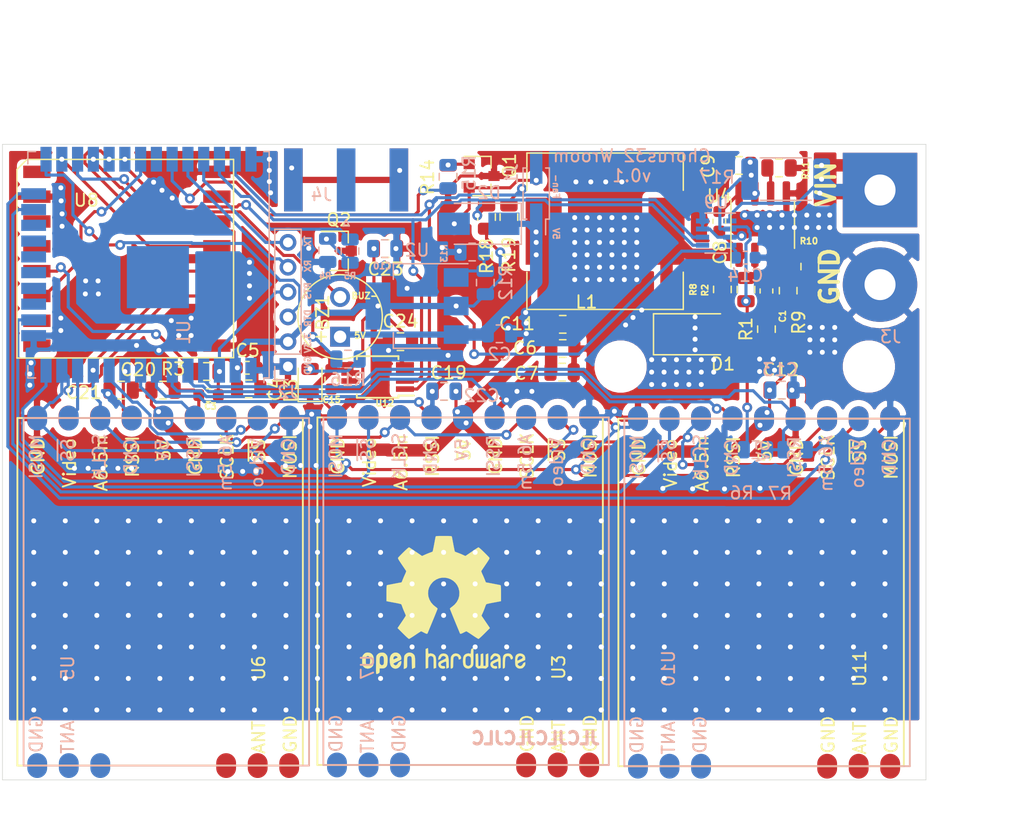
<source format=kicad_pcb>
(kicad_pcb (version 20171130) (host pcbnew 5.1.4)
  (layers (0 F.Cu signal) (31 B.Cu signal) (34 B.Paste user) (35 F.Paste user) (36 B.SilkS user) (37 F.SilkS user) (38 B.Mask user) (39 F.Mask user) (44 Edge.Cuts user))
  (net 0 "")
  (net 1 +5V)
  (net 2 "Net-(BZ1-Pad2)")
  (net 3 GND)
  (net 4 /RTS)
  (net 5 +3V3)
  (net 6 /BEEPER)
  (net 7 /DTR)
  (net 8 /ADC1)
  (net 9 /ADC2)
  (net 10 /ADC3)
  (net 11 /ADC4)
  (net 12 "Net-(U1-Pad20)")
  (net 13 "Net-(U1-Pad21)")
  (net 14 "Net-(U1-Pad22)")
  (net 15 /CS4)
  (net 16 /CS3)
  (net 17 /CS1)
  (net 18 /CS2)
  (net 19 /CLK)
  (net 20 "Net-(U1-Pad32)")
  (net 21 /RX0)
  (net 22 /TX0)
  (net 23 /MOSI)
  (net 24 "Net-(U3-Pad11)")
  (net 25 "Net-(U5-Pad11)")
  (net 26 "Net-(U6-Pad11)")
  (net 27 "Net-(U7-Pad11)")
  (net 28 "Net-(C1-Pad2)")
  (net 29 "Net-(C1-Pad1)")
  (net 30 "Net-(C8-Pad1)")
  (net 31 "Net-(C8-Pad2)")
  (net 32 +28V)
  (net 33 "Net-(R2-Pad2)")
  (net 34 "Net-(R10-Pad1)")
  (net 35 "Net-(R11-Pad2)")
  (net 36 "Net-(R12-Pad2)")
  (net 37 /LORA_RST)
  (net 38 /LORA_CS)
  (net 39 /LORA_IRQ)
  (net 40 "Net-(U8-Pad8)")
  (net 41 "Net-(U8-Pad7)")
  (net 42 "Net-(U8-Pad4)")
  (net 43 "Net-(U8-Pad3)")
  (net 44 "Net-(U8-Pad1)")
  (net 45 "Net-(U8-Pad15)")
  (net 46 "Net-(D2-Pad2)")
  (net 47 "Net-(Q1-Pad1)")
  (net 48 "Net-(Q2-Pad1)")
  (net 49 /FAN_CONTROL)
  (net 50 "Net-(U3-Pad2)")
  (net 51 "Net-(U3-Pad3)")
  (net 52 "Net-(U5-Pad2)")
  (net 53 "Net-(U5-Pad3)")
  (net 54 "Net-(U6-Pad2)")
  (net 55 "Net-(U6-Pad3)")
  (net 56 "Net-(U7-Pad2)")
  (net 57 "Net-(U7-Pad3)")
  (net 58 "Net-(D3-Pad2)")
  (net 59 "Net-(R16-Pad1)")
  (net 60 "Net-(U3-Pad12)")
  (net 61 "Net-(U3-Pad10)")
  (net 62 "Net-(U5-Pad12)")
  (net 63 "Net-(U5-Pad10)")
  (net 64 "Net-(U6-Pad12)")
  (net 65 "Net-(U6-Pad10)")
  (net 66 "Net-(U7-Pad12)")
  (net 67 "Net-(U7-Pad10)")
  (net 68 +BATT)
  (net 69 /ADC6)
  (net 70 /SCL)
  (net 71 /SDA)
  (net 72 /ADC5)
  (net 73 "Net-(U10-Pad2)")
  (net 74 "Net-(U10-Pad3)")
  (net 75 /CS5)
  (net 76 "Net-(U10-Pad12)")
  (net 77 "Net-(U10-Pad11)")
  (net 78 "Net-(U10-Pad10)")
  (net 79 "Net-(U11-Pad2)")
  (net 80 "Net-(U11-Pad3)")
  (net 81 /CS6)
  (net 82 "Net-(U11-Pad12)")
  (net 83 "Net-(U11-Pad11)")
  (net 84 "Net-(U11-Pad10)")
  (net 85 "Net-(U1-Pad19)")
  (net 86 "Net-(U1-Pad18)")
  (net 87 "Net-(U1-Pad17)")
  (net 88 "Net-(U12-Pad3)")
  (net 89 "Net-(J4-Pad1)")
  (net 90 "Net-(J4-Pad2)")
  (net 91 /MISO)
  (module Capacitor_SMD:C_0603_1608Metric (layer F.Cu) (at 57.24 71.7225 90)
    (fp_text reference C15 (at -1.6475 0.03 180) (layer F.SilkS) (effects (font (size 0.5 0.5) (thickness 0.125))))
    (fp_text value 0.1µF)
    (pad 2 smd roundrect (at 0.7875 0 90) (size 0.875 0.95) (layers F.Cu F.Paste F.Mask) (net 3 GND))
    (pad 1 smd roundrect (at -0.7875 0 90) (size 0.875 0.95) (layers F.Cu F.Paste F.Mask) (net 5 +3V3))
  )
  (module Capacitor_SMD:C_0603_1608Metric (layer B.Cu) (at 90.6 61.93)
    (fp_text reference C14 (at 0 1.43) (layer B.SilkS) (effects (justify mirror)))
    (fp_text value 0.1µF)
    (pad 2 smd roundrect (at 0.7875 0) (size 0.875 0.95) (layers B.Cu B.Paste B.Mask) (net 3 GND))
    (pad 1 smd roundrect (at -0.7875 0) (size 0.875 0.95) (layers B.Cu B.Paste B.Mask) (net 5 +3V3))
  )
  (module Resistor_SMD:R_0805_2012Metric (layer F.Cu) (at 71.55 58.6625 90)
    (fp_text reference R19 (at -3.0375 0 90) (layer F.SilkS))
    (fp_text value 4K7)
    (pad 2 smd roundrect (at 0.9375 0 90) (size 0.975 1.4) (layers F.Cu F.Paste F.Mask) (net 71 /SDA))
    (pad 1 smd roundrect (at -0.9375 0 90) (size 0.975 1.4) (layers F.Cu F.Paste F.Mask) (net 5 +3V3))
  )
  (module Resistor_SMD:R_0805_2012Metric (layer F.Cu) (at 69.75 58.6625 90)
    (fp_text reference R18 (at -3.1375 0 90) (layer F.SilkS))
    (fp_text value 4K7)
    (pad 2 smd roundrect (at 0.9375 0 90) (size 0.975 1.4) (layers F.Cu F.Paste F.Mask) (net 70 /SCL))
    (pad 1 smd roundrect (at -0.9375 0 90) (size 0.975 1.4) (layers F.Cu F.Paste F.Mask) (net 5 +3V3))
  )
  (module Diode_SMD:D_SMA (layer B.Cu) (at 69.15 59.2 180)
    (fp_text reference D2 (at -0.8 2.5) (layer B.SilkS) (effects (justify mirror)))
    (fp_text value D)
    (pad 2 smd rect (at 2 0 180) (size 2.5 1.8) (layers B.Cu B.Paste B.Mask) (net 46 "Net-(D2-Pad2)"))
    (pad 1 smd rect (at -2 0 180) (size 2.5 1.8) (layers B.Cu B.Paste B.Mask) (net 1 +5V))
  )
  (module Symbol:OSHW-Logo2_14.6x12mm_SilkScreen (layer F.Cu) (at 66.3 89.9)
    (fp_text reference REF** hide)
    (fp_text value OSHW-Logo2_14.6x12mm_SilkScreen hide)
  )
  (module MountingHole:MountingHole_3.2mm_M3 (layer F.Cu) (at 80.55 70.7)
    (fp_text reference H2 hide)
    (fp_text value MountingHole)
    (pad 1 np_thru_hole circle (at 0 0) (size 3.2 3.2) (drill 3.2) (layers *.Cu *.Mask))
  )
  (module MountingHole:MountingHole_3.2mm_M3 (layer F.Cu) (at 100.55 70.7)
    (fp_text reference H1 hide)
    (fp_text value MountingHole)
    (pad 1 np_thru_hole circle (at 0 0) (size 3.2 3.2) (drill 3.2) (layers *.Cu *.Mask))
  )
  (module Resistor_SMD:R_0805_2012Metric (layer B.Cu) (at 58.5875 70.1)
    (fp_text reference R16 (at 0 1.65) (layer B.SilkS) (effects (justify mirror)))
    (fp_text value 1k)
    (pad 2 smd roundrect (at 0.9375 0) (size 0.975 1.4) (layers B.Cu B.Paste B.Mask) (net 58 "Net-(D3-Pad2)"))
    (pad 1 smd roundrect (at -0.9375 0) (size 0.975 1.4) (layers B.Cu B.Paste B.Mask) (net 59 "Net-(R16-Pad1)"))
  )
  (module Resistor_SMD:R_0805_2012Metric (layer B.Cu) (at 66.65 55.4 90)
    (fp_text reference R15 (at 0.3 1.7 270) (layer B.SilkS) (effects (justify mirror)))
    (fp_text value 1k)
    (pad 2 smd roundrect (at 0.9375 0 90) (size 0.975 1.4) (layers B.Cu B.Paste B.Mask) (net 47 "Net-(Q1-Pad1)"))
    (pad 1 smd roundrect (at -0.9375 0 90) (size 0.975 1.4) (layers B.Cu B.Paste B.Mask) (net 49 /FAN_CONTROL))
  )
  (module Resistor_SMD:R_0805_2012Metric (layer F.Cu) (at 66.65 55.4375 90)
    (fp_text reference R14 (at 0 -1.65 90) (layer F.SilkS))
    (fp_text value 10k)
    (pad 2 smd roundrect (at 0.9375 0 90) (size 0.975 1.4) (layers F.Cu F.Paste F.Mask) (net 47 "Net-(Q1-Pad1)"))
    (pad 1 smd roundrect (at -0.9375 0 90) (size 0.975 1.4) (layers F.Cu F.Paste F.Mask) (net 3 GND))
  )
  (module Resistor_SMD:R_0805_2012Metric (layer B.Cu) (at 68.5875 61.475)
    (fp_text reference R13 (at -2.2625 0.1 90) (layer B.SilkS) (effects (font (size 0.5 0.5) (thickness 0.125)) (justify mirror)))
    (fp_text value 390)
    (pad 2 smd roundrect (at 0.9375 0) (size 0.975 1.4) (layers B.Cu B.Paste B.Mask) (net 36 "Net-(R12-Pad2)"))
    (pad 1 smd roundrect (at -0.9375 0) (size 0.975 1.4) (layers B.Cu B.Paste B.Mask) (net 3 GND))
  )
  (module Resistor_SMD:R_0805_2012Metric (layer B.Cu) (at 69.65 63.9375 90)
    (fp_text reference R12 (at 0 1.65 90) (layer B.SilkS) (effects (justify mirror)))
    (fp_text value 240)
    (pad 2 smd roundrect (at 0.9375 0 90) (size 0.975 1.4) (layers B.Cu B.Paste B.Mask) (net 36 "Net-(R12-Pad2)"))
    (pad 1 smd roundrect (at -0.9375 0 90) (size 0.975 1.4) (layers B.Cu B.Paste B.Mask) (net 5 +3V3))
  )
  (module Resistor_SMD:R_0805_2012Metric (layer F.Cu) (at 93.3125 54.7 180)
    (fp_text reference R11 (at -2.1375 -0.2 270) (layer F.SilkS) (effects (font (size 0.5 0.5) (thickness 0.125))))
    (fp_text value 100k)
    (pad 2 smd roundrect (at 0.9375 0 180) (size 0.975 1.4) (layers F.Cu F.Paste F.Mask) (net 35 "Net-(R11-Pad2)"))
    (pad 1 smd roundrect (at -0.9375 0 180) (size 0.975 1.4) (layers F.Cu F.Paste F.Mask) (net 3 GND))
  )
  (module Resistor_SMD:R_0805_2012Metric (layer F.Cu) (at 95.79 62.6475 270)
    (fp_text reference R10 (at -2.0575 0.07 180) (layer F.SilkS) (effects (font (size 0.5 0.5) (thickness 0.125))))
    (fp_text value 40.2k)
    (pad 2 smd roundrect (at 0.9375 0 270) (size 0.975 1.4) (layers F.Cu F.Paste F.Mask) (net 3 GND))
    (pad 1 smd roundrect (at -0.9375 0 270) (size 0.975 1.4) (layers F.Cu F.Paste F.Mask) (net 34 "Net-(R10-Pad1)"))
  )
  (module Resistor_SMD:R_0805_2012Metric (layer F.Cu) (at 94.05 64.5875 270)
    (fp_text reference R9 (at 2.5625 -0.85 270) (layer F.SilkS))
    (fp_text value 210k)
    (pad 2 smd roundrect (at 0.9375 0 270) (size 0.975 1.4) (layers F.Cu F.Paste F.Mask) (net 1 +5V))
    (pad 1 smd roundrect (at -0.9375 0 270) (size 0.975 1.4) (layers F.Cu F.Paste F.Mask) (net 34 "Net-(R10-Pad1)"))
  )
  (module Resistor_SMD:R_0805_2012Metric (layer F.Cu) (at 88.75 64.4875 90)
    (fp_text reference R8 (at -0.0125 -2.35 90) (layer F.SilkS) (effects (font (size 0.5 0.5) (thickness 0.125))))
    (fp_text value 59k)
    (pad 2 smd roundrect (at 0.9375 0 90) (size 0.975 1.4) (layers F.Cu F.Paste F.Mask) (net 33 "Net-(R2-Pad2)"))
    (pad 1 smd roundrect (at -0.9375 0 90) (size 0.975 1.4) (layers F.Cu F.Paste F.Mask) (net 3 GND))
  )
  (module Resistor_SMD:R_0805_2012Metric (layer B.Cu) (at 94.6125 77.4 180)
    (fp_text reference R7 (at 1.2225 -3.53) (layer B.SilkS) (effects (justify mirror)))
    (fp_text value 10k)
    (pad 2 smd roundrect (at 0.9375 0 180) (size 0.975 1.4) (layers B.Cu B.Paste B.Mask) (net 72 /ADC5))
    (pad 1 smd roundrect (at -0.9375 0 180) (size 0.975 1.4) (layers B.Cu B.Paste B.Mask) (net 3 GND))
  )
  (module Resistor_SMD:R_0805_2012Metric (layer B.Cu) (at 91.4125 77.4 180)
    (fp_text reference R6 (at 1.1025 -3.48) (layer B.SilkS) (effects (justify mirror)))
    (fp_text value 240k)
    (pad 2 smd roundrect (at 0.9375 0 180) (size 0.975 1.4) (layers B.Cu B.Paste B.Mask) (net 32 +28V))
    (pad 1 smd roundrect (at -0.9375 0 180) (size 0.975 1.4) (layers B.Cu B.Paste B.Mask) (net 72 /ADC5))
  )
  (module Resistor_SMD:R_0805_2012Metric (layer B.Cu) (at 58.75 61.4 270)
    (fp_text reference R5 (at 2 0) (layer B.SilkS) (effects (font (size 0.5 0.5) (thickness 0.125)) (justify mirror)))
    (fp_text value 1k)
    (pad 2 smd roundrect (at 0.9375 0 270) (size 0.975 1.4) (layers B.Cu B.Paste B.Mask) (net 48 "Net-(Q2-Pad1)"))
    (pad 1 smd roundrect (at -0.9375 0 270) (size 0.975 1.4) (layers B.Cu B.Paste B.Mask) (net 6 /BEEPER))
  )
  (module Resistor_SMD:R_0805_2012Metric (layer B.Cu) (at 56.95 61.3375 90)
    (fp_text reference R4 (at -2.0625 -0.2) (layer B.SilkS) (effects (font (size 0.5 0.5) (thickness 0.125)) (justify mirror)))
    (fp_text value 10k)
    (pad 2 smd roundrect (at 0.9375 0 90) (size 0.975 1.4) (layers B.Cu B.Paste B.Mask) (net 48 "Net-(Q2-Pad1)"))
    (pad 1 smd roundrect (at -0.9375 0 90) (size 0.975 1.4) (layers B.Cu B.Paste B.Mask) (net 3 GND))
  )
  (module Resistor_SMD:R_0805_2012Metric (layer F.Cu) (at 47.2125 71.1)
    (fp_text reference R3 (at -2.7125 -0.2) (layer F.SilkS))
    (fp_text value 10k)
    (pad 2 smd roundrect (at 0.9375 0) (size 0.975 1.4) (layers F.Cu F.Paste F.Mask) (net 4 /RTS))
    (pad 1 smd roundrect (at -0.9375 0) (size 0.975 1.4) (layers F.Cu F.Paste F.Mask) (net 5 +3V3))
  )
  (module Resistor_SMD:R_0805_2012Metric (layer F.Cu) (at 90.65 64.5 90)
    (fp_text reference R2 (at -0.05 -3.3 90) (layer F.SilkS) (effects (font (size 0.5 0.5) (thickness 0.125))))
    (fp_text value 100k)
    (pad 2 smd roundrect (at 0.9375 0 90) (size 0.975 1.4) (layers F.Cu F.Paste F.Mask) (net 33 "Net-(R2-Pad2)"))
    (pad 1 smd roundrect (at -0.9375 0 90) (size 0.975 1.4) (layers F.Cu F.Paste F.Mask) (net 32 +28V))
  )
  (module Resistor_SMD:R_0805_2012Metric (layer F.Cu) (at 92.3 67.6875 90)
    (fp_text reference R1 (at 0 -1.65 90) (layer F.SilkS))
    (fp_text value 100k)
    (pad 2 smd roundrect (at 0.9375 0 90) (size 0.975 1.4) (layers F.Cu F.Paste F.Mask) (net 28 "Net-(C1-Pad2)"))
    (pad 1 smd roundrect (at -0.9375 0 90) (size 0.975 1.4) (layers F.Cu F.Paste F.Mask) (net 3 GND))
  )
  (module my:sx1276_module (layer F.Cu) (at 40.02 62.015 270)
    (fp_text reference U8 (at -4.715 2.52) (layer F.SilkS))
    (fp_text value SX127_module)
    (pad 8 smd rect (at 7 6.5 270) (size 1 2.2) (layers F.Cu F.Paste F.Mask) (net 40 "Net-(U8-Pad8)"))
    (pad 9 smd rect (at 7 -8 270) (size 1 2.2) (layers F.Cu F.Paste F.Mask) (net 3 GND))
    (pad 7 smd rect (at 5 6.5 270) (size 1 2.2) (layers F.Cu F.Paste F.Mask) (net 41 "Net-(U8-Pad7)"))
    (pad 10 smd rect (at 5 -8 270) (size 1 2.2) (layers F.Cu F.Paste F.Mask) (net 91 /MISO))
    (pad 6 smd rect (at 3 6.5 270) (size 1 2.2) (layers F.Cu F.Paste F.Mask) (net 39 /LORA_IRQ))
    (pad 11 smd rect (at 3 -8 270) (size 1 2.2) (layers F.Cu F.Paste F.Mask) (net 23 /MOSI))
    (pad 5 smd rect (at 1 6.5 270) (size 1 2.2) (layers F.Cu F.Paste F.Mask) (net 5 +3V3))
    (pad 12 smd rect (at 1 -8 270) (size 1 2.2) (layers F.Cu F.Paste F.Mask) (net 19 /CLK))
    (pad 4 smd rect (at -1 6.5 270) (size 1 2.2) (layers F.Cu F.Paste F.Mask) (net 42 "Net-(U8-Pad4)"))
    (pad 13 smd rect (at -1 -8 270) (size 1 2.2) (layers F.Cu F.Paste F.Mask) (net 38 /LORA_CS))
    (pad 3 smd rect (at -3 6.5 270) (size 1 2.2) (layers F.Cu F.Paste F.Mask) (net 43 "Net-(U8-Pad3)"))
    (pad 14 smd rect (at -3 -8 270) (size 1 2.2) (layers F.Cu F.Paste F.Mask) (net 37 /LORA_RST))
    (pad 2 smd rect (at -5 6.5 270) (size 1 2.2) (layers F.Cu F.Paste F.Mask) (net 3 GND))
    (pad 15 smd rect (at -5 -8 270) (size 1 2.2) (layers F.Cu F.Paste F.Mask) (net 45 "Net-(U8-Pad15)"))
    (pad 1 smd rect (at -7 6.5 270) (size 1 2.2) (layers F.Cu F.Paste F.Mask) (net 44 "Net-(U8-Pad1)"))
    (pad 16 smd rect (at -7 -8 270) (size 1 2.2) (layers F.Cu F.Paste F.Mask) (net 3 GND))
  )
  (module Package_TO_SOT_SMD:SOT-223 (layer B.Cu) (at 64.15 65.825 180)
    (fp_text reference U2 (at 0 4.5) (layer B.SilkS) (effects (justify mirror)))
    (fp_text value AMS1117)
    (pad 1 smd rect (at -3.15 2.3 180) (size 2 1.5) (layers B.Cu B.Paste B.Mask) (net 36 "Net-(R12-Pad2)"))
    (pad 3 smd rect (at -3.15 -2.3 180) (size 2 1.5) (layers B.Cu B.Paste B.Mask) (net 1 +5V))
    (pad 2 smd rect (at -3.15 0 180) (size 2 1.5) (layers B.Cu B.Paste B.Mask) (net 5 +3V3))
    (pad 4 smd rect (at 3.15 0 180) (size 2 3.8) (layers B.Cu B.Paste B.Mask) (net 5 +3V3))
  )
  (module RF_Module:ESP32-WROOM-32U (layer B.Cu) (at 42.515 62.5 90)
    (fp_text reference U1 (at -5.45 2.835 -90) (layer B.SilkS) (effects (justify mirror)))
    (fp_text value ESP32-WROOM-32U)
    (pad 39 smd rect (at -1 0.755 90) (size 5 5) (layers B.Cu B.Paste B.Mask))
    (pad 1 smd rect (at -8.5 8.255 90) (size 2 0.9) (layers B.Cu B.Paste B.Mask) (net 3 GND))
    (pad 2 smd rect (at -8.5 6.985 90) (size 2 0.9) (layers B.Cu B.Paste B.Mask) (net 5 +3V3))
    (pad 3 smd rect (at -8.5 5.715 90) (size 2 0.9) (layers B.Cu B.Paste B.Mask) (net 4 /RTS))
    (pad 4 smd rect (at -8.5 4.445 90) (size 2 0.9) (layers B.Cu B.Paste B.Mask) (net 72 /ADC5))
    (pad 5 smd rect (at -8.5 3.175 90) (size 2 0.9) (layers B.Cu B.Paste B.Mask) (net 69 /ADC6))
    (pad 6 smd rect (at -8.5 1.905 90) (size 2 0.9) (layers B.Cu B.Paste B.Mask) (net 11 /ADC4))
    (pad 7 smd rect (at -8.5 0.635 90) (size 2 0.9) (layers B.Cu B.Paste B.Mask) (net 10 /ADC3))
    (pad 8 smd rect (at -8.5 -0.635 90) (size 2 0.9) (layers B.Cu B.Paste B.Mask) (net 9 /ADC2))
    (pad 9 smd rect (at -8.5 -1.905 90) (size 2 0.9) (layers B.Cu B.Paste B.Mask) (net 8 /ADC1))
    (pad 10 smd rect (at -8.5 -3.175 90) (size 2 0.9) (layers B.Cu B.Paste B.Mask) (net 17 /CS1))
    (pad 11 smd rect (at -8.5 -4.445 90) (size 2 0.9) (layers B.Cu B.Paste B.Mask) (net 19 /CLK))
    (pad 12 smd rect (at -8.5 -5.715 90) (size 2 0.9) (layers B.Cu B.Paste B.Mask) (net 18 /CS2))
    (pad 13 smd rect (at -8.5 -6.985 90) (size 2 0.9) (layers B.Cu B.Paste B.Mask) (net 23 /MOSI))
    (pad 14 smd rect (at -8.5 -8.255 90) (size 2 0.9) (layers B.Cu B.Paste B.Mask) (net 15 /CS4))
    (pad 15 smd rect (at -5.715 -9.255 180) (size 2 0.9) (layers B.Cu B.Paste B.Mask) (net 3 GND))
    (pad 16 smd rect (at -4.445 -9.255) (size 2 0.9) (layers B.Cu B.Paste B.Mask) (net 16 /CS3))
    (pad 17 smd rect (at -3.175 -9.255) (size 2 0.9) (layers B.Cu B.Paste B.Mask) (net 87 "Net-(U1-Pad17)"))
    (pad 18 smd rect (at -1.905 -9.255) (size 2 0.9) (layers B.Cu B.Paste B.Mask) (net 86 "Net-(U1-Pad18)"))
    (pad 19 smd rect (at -0.635 -9.255) (size 2 0.9) (layers B.Cu B.Paste B.Mask) (net 85 "Net-(U1-Pad19)"))
    (pad 20 smd rect (at 0.635 -9.255) (size 2 0.9) (layers B.Cu B.Paste B.Mask) (net 12 "Net-(U1-Pad20)"))
    (pad 21 smd rect (at 1.905 -9.255) (size 2 0.9) (layers B.Cu B.Paste B.Mask) (net 13 "Net-(U1-Pad21)"))
    (pad 22 smd rect (at 3.175 -9.255) (size 2 0.9) (layers B.Cu B.Paste B.Mask) (net 14 "Net-(U1-Pad22)"))
    (pad 23 smd rect (at 4.445 -9.255) (size 2 0.9) (layers B.Cu B.Paste B.Mask) (net 75 /CS5))
    (pad 24 smd rect (at 5.715 -9.255) (size 2 0.9) (layers B.Cu B.Paste B.Mask) (net 81 /CS6))
    (pad 25 smd rect (at 8.5 -8.255 90) (size 2 0.9) (layers B.Cu B.Paste B.Mask) (net 7 /DTR))
    (pad 26 smd rect (at 8.5 -6.985 90) (size 2 0.9) (layers B.Cu B.Paste B.Mask) (net 38 /LORA_CS))
    (pad 27 smd rect (at 8.5 -5.715 90) (size 2 0.9) (layers B.Cu B.Paste B.Mask) (net 59 "Net-(R16-Pad1)"))
    (pad 28 smd rect (at 8.5 -4.445 90) (size 2 0.9) (layers B.Cu B.Paste B.Mask) (net 37 /LORA_RST))
    (pad 29 smd rect (at 8.5 -3.175 90) (size 2 0.9) (layers B.Cu B.Paste B.Mask) (net 91 /MISO))
    (pad 30 smd rect (at 8.5 -1.905 90) (size 2 0.9) (layers B.Cu B.Paste B.Mask) (net 6 /BEEPER))
    (pad 31 smd rect (at 8.5 -0.635 90) (size 2 0.9) (layers B.Cu B.Paste B.Mask) (net 39 /LORA_IRQ))
    (pad 32 smd rect (at 8.5 0.635 90) (size 2 0.9) (layers B.Cu B.Paste B.Mask) (net 20 "Net-(U1-Pad32)"))
    (pad 33 smd rect (at 8.5 1.905 90) (size 2 0.9) (layers B.Cu B.Paste B.Mask) (net 49 /FAN_CONTROL))
    (pad 34 smd rect (at 8.5 3.175 90) (size 2 0.9) (layers B.Cu B.Paste B.Mask) (net 21 /RX0))
    (pad 35 smd rect (at 8.5 4.445 90) (size 2 0.9) (layers B.Cu B.Paste B.Mask) (net 22 /TX0))
    (pad 36 smd rect (at 8.5 5.715 90) (size 2 0.9) (layers B.Cu B.Paste B.Mask) (net 70 /SCL))
    (pad 37 smd rect (at 8.5 6.985 90) (size 2 0.9) (layers B.Cu B.Paste B.Mask) (net 71 /SDA))
    (pad 38 smd rect (at 8.5 8.255 90) (size 2 0.9) (layers B.Cu B.Paste B.Mask) (net 3 GND))
  )
  (module Package_TO_SOT_SMD:SOT-23 (layer F.Cu) (at 57.85 61.38)
    (fp_text reference Q2 (at 0 -2.5) (layer F.SilkS))
    (fp_text value Q_NMOS_GSD)
    (pad 3 smd rect (at 1 0) (size 0.9 0.8) (layers F.Cu F.Paste F.Mask) (net 3 GND))
    (pad 2 smd rect (at -1 0.95) (size 0.9 0.8) (layers F.Cu F.Paste F.Mask) (net 2 "Net-(BZ1-Pad2)"))
    (pad 1 smd rect (at -1 -0.95) (size 0.9 0.8) (layers F.Cu F.Paste F.Mask) (net 48 "Net-(Q2-Pad1)"))
  )
  (module Package_TO_SOT_SMD:SOT-23 (layer F.Cu) (at 69.35 55.35)
    (fp_text reference Q1 (at 2.25 -0.85 90) (layer F.SilkS))
    (fp_text value Q_NMOS_GSD)
    (pad 3 smd rect (at 1 0) (size 0.9 0.8) (layers F.Cu F.Paste F.Mask) (net 3 GND))
    (pad 2 smd rect (at -1 0.95) (size 0.9 0.8) (layers F.Cu F.Paste F.Mask) (net 46 "Net-(D2-Pad2)"))
    (pad 1 smd rect (at -1 -0.95) (size 0.9 0.8) (layers F.Cu F.Paste F.Mask) (net 47 "Net-(Q1-Pad1)"))
  )
  (module Connector_Coaxial:SMA_Amphenol_132289_EdgeMount (layer B.Cu) (at 58.435 55.665 90)
    (fp_text reference J4 (at -1.185 -1.985) (layer B.SilkS) (effects (justify mirror)))
    (fp_text value Conn_Coaxial)
    (pad 1 smd rect (at 0 0) (size 1.5 5.08) (layers B.Cu B.Paste B.Mask) (net 89 "Net-(J4-Pad1)"))
    (pad 2 smd rect (at 0 4.25) (size 1.5 5.08) (layers B.Cu B.Paste B.Mask) (net 90 "Net-(J4-Pad2)"))
    (pad 2 smd rect (at 0 -4.25) (size 1.5 5.08) (layers B.Cu B.Paste B.Mask) (net 90 "Net-(J4-Pad2)"))
    (pad 2 smd rect (at 0 4.25) (size 1.5 5.08) (layers F.Cu F.Paste F.Mask) (net 90 "Net-(J4-Pad2)"))
    (pad 2 smd rect (at 0 -4.25) (size 1.5 5.08) (layers F.Cu F.Paste F.Mask) (net 90 "Net-(J4-Pad2)"))
  )
  (module Connector_PinHeader_2.00mm:PinHeader_1x06_P2.00mm_Vertical (layer B.Cu) (at 53.75 70.7)
    (fp_text reference J2 (at 0 2.06) (layer B.SilkS) (effects (justify mirror)))
    (fp_text value Programming)
    (pad 6 thru_hole oval (at 0 -10) (size 1.35 1.35) (drill 0.8) (layers *.Cu *.Mask) (net 22 /TX0))
    (pad 5 thru_hole oval (at 0 -8) (size 1.35 1.35) (drill 0.8) (layers *.Cu *.Mask) (net 21 /RX0))
    (pad 4 thru_hole oval (at 0 -6) (size 1.35 1.35) (drill 0.8) (layers *.Cu *.Mask) (net 4 /RTS))
    (pad 3 thru_hole oval (at 0 -4) (size 1.35 1.35) (drill 0.8) (layers *.Cu *.Mask) (net 7 /DTR))
    (pad 2 thru_hole oval (at 0 -2) (size 1.35 1.35) (drill 0.8) (layers *.Cu *.Mask) (net 5 +3V3))
    (pad 1 thru_hole rect (at 0 0) (size 1.35 1.35) (drill 0.8) (layers *.Cu *.Mask) (net 3 GND))
  )
  (module Connector_PinHeader_2.00mm:PinHeader_2x01_P2.00mm_Vertical_SMD (layer B.Cu) (at 73.75 56.765 90)
    (fp_text reference J1 (at 1.585 -2 90) (layer B.SilkS) (effects (justify mirror)))
    (fp_text value Fan_connector)
    (pad 2 smd rect (at 2.085 0 90) (size 2.58 1) (layers B.Cu B.Paste B.Mask) (net 46 "Net-(D2-Pad2)"))
    (pad 1 smd rect (at -2.085 0 90) (size 2.58 1) (layers B.Cu B.Paste B.Mask) (net 1 +5V))
  )
  (module LED_SMD:LED_0805_2012Metric (layer F.Cu) (at 55.53 71.8325 90)
    (fp_text reference D3 (at -0.8075 -1.55 90) (layer F.SilkS))
    (fp_text value LED)
    (pad 2 smd roundrect (at 0.9375 0 90) (size 0.975 1.4) (layers F.Cu F.Paste F.Mask) (net 58 "Net-(D3-Pad2)"))
    (pad 1 smd roundrect (at -0.9375 0 90) (size 0.975 1.4) (layers F.Cu F.Paste F.Mask) (net 3 GND))
  )
  (module Capacitor_SMD:C_0805_2012Metric (layer F.Cu) (at 62.8125 68.7)
    (fp_text reference C24 (at 0 -1.65) (layer F.SilkS))
    (fp_text value 10µF)
    (pad 2 smd roundrect (at 0.9375 0) (size 0.975 1.4) (layers F.Cu F.Paste F.Mask) (net 5 +3V3))
    (pad 1 smd roundrect (at -0.9375 0) (size 0.975 1.4) (layers F.Cu F.Paste F.Mask) (net 3 GND))
  )
  (module Capacitor_SMD:C_0805_2012Metric (layer F.Cu) (at 61.6125 61.2 180)
    (fp_text reference C23 (at 0 -1.65) (layer F.SilkS))
    (fp_text value 10µF)
    (pad 2 smd roundrect (at 0.9375 0 180) (size 0.975 1.4) (layers F.Cu F.Paste F.Mask) (net 5 +3V3))
    (pad 1 smd roundrect (at -0.9375 0 180) (size 0.975 1.4) (layers F.Cu F.Paste F.Mask) (net 3 GND))
  )
  (module Capacitor_SMD:C_0805_2012Metric (layer F.Cu) (at 40.3125 72.6 180)
    (fp_text reference C21 (at 3.0125 -0.2) (layer F.SilkS))
    (fp_text value 10µF)
    (pad 2 smd roundrect (at 0.9375 0 180) (size 0.975 1.4) (layers F.Cu F.Paste F.Mask) (net 3 GND))
    (pad 1 smd roundrect (at -0.9375 0 180) (size 0.975 1.4) (layers F.Cu F.Paste F.Mask) (net 1 +5V))
  )
  (module Capacitor_SMD:C_0805_2012Metric (layer B.Cu) (at 61.55 61.2)
    (fp_text reference C10 (at -0.2 1.4) (layer B.SilkS) (effects (font (size 0.5 0.5) (thickness 0.125)) (justify mirror)))
    (fp_text value 10µF)
    (pad 2 smd roundrect (at 0.9375 0) (size 0.975 1.4) (layers B.Cu B.Paste B.Mask) (net 3 GND))
    (pad 1 smd roundrect (at -0.9375 0) (size 0.975 1.4) (layers B.Cu B.Paste B.Mask) (net 5 +3V3))
  )
  (module Capacitor_SMD:C_0603_1608Metric (layer F.Cu) (at 50.4625 70.8 180)
    (fp_text reference C5 (at -0.0375 1.4) (layer F.SilkS))
    (fp_text value 0.1µF)
    (pad 2 smd roundrect (at 0.7875 0 180) (size 0.875 0.95) (layers F.Cu F.Paste F.Mask) (net 5 +3V3))
    (pad 1 smd roundrect (at -0.7875 0 180) (size 0.875 0.95) (layers F.Cu F.Paste F.Mask) (net 3 GND))
  )
  (module Capacitor_SMD:C_0805_2012Metric (layer F.Cu) (at 50.5875 72.5 180)
    (fp_text reference C4 (at -2.1425 -0.04 90) (layer F.SilkS))
    (fp_text value 10µF)
    (pad 2 smd roundrect (at 0.9375 0 180) (size 0.975 1.4) (layers F.Cu F.Paste F.Mask) (net 5 +3V3))
    (pad 1 smd roundrect (at -0.9375 0 180) (size 0.975 1.4) (layers F.Cu F.Paste F.Mask) (net 3 GND))
  )
  (module Capacitor_SMD:C_0603_1608Metric (layer F.Cu) (at 47.35 73 180)
    (fp_text reference C3 (at -0.15 -0.9) (layer F.SilkS) (effects (font (size 0.5 0.5) (thickness 0.125))))
    (fp_text value 0.1µF)
    (pad 2 smd roundrect (at 0.7875 0 180) (size 0.875 0.95) (layers F.Cu F.Paste F.Mask) (net 3 GND))
    (pad 1 smd roundrect (at -0.7875 0 180) (size 0.875 0.95) (layers F.Cu F.Paste F.Mask) (net 4 /RTS))
  )
  (module Capacitor_SMD:C_0805_2012Metric (layer B.Cu) (at 70.7875 68.0625)
    (fp_text reference C2 (at 0 1.65 180) (layer B.SilkS) (effects (justify mirror)))
    (fp_text value 10µF)
    (pad 2 smd roundrect (at 0.9375 0) (size 0.975 1.4) (layers B.Cu B.Paste B.Mask) (net 3 GND))
    (pad 1 smd roundrect (at -0.9375 0) (size 0.975 1.4) (layers B.Cu B.Paste B.Mask) (net 1 +5V))
  )
  (module Buzzer_Beeper:MagneticBuzzer_Kingstate_KCG0601 (layer F.Cu) (at 57.95 68.3 90)
    (fp_text reference BZ1 (at 1.95 -1.4 90) (layer F.SilkS))
    (fp_text value Buzzer)
    (fp_text user + (at 0 -1.6 90) (layer F.SilkS))
    (pad 2 thru_hole circle (at 3.2 0 90) (size 1.6 1.6) (drill 1) (layers *.Cu *.Mask) (net 2 "Net-(BZ1-Pad2)"))
    (pad 1 thru_hole rect (at 0 0 90) (size 1.6 1.6) (drill 1) (layers *.Cu *.Mask) (net 1 +5V))
  )
  (module Package_TO_SOT_SMD:SOT-23-8 (layer B.Cu) (at 88.25 59.95 180)
    (fp_text reference U9 (at 0 2.5) (layer B.SilkS) (effects (justify mirror)))
    (fp_text value ina219)
    (pad 8 smd rect (at 1.1 0.98 180) (size 1.06 0.4) (layers B.Cu B.Paste B.Mask) (net 3 GND))
    (pad 7 smd rect (at 1.1 0.33 180) (size 1.06 0.4) (layers B.Cu B.Paste B.Mask) (net 3 GND))
    (pad 6 smd rect (at 1.1 -0.33 180) (size 1.06 0.4) (layers B.Cu B.Paste B.Mask) (net 71 /SDA))
    (pad 5 smd rect (at 1.1 -0.98 180) (size 1.06 0.4) (layers B.Cu B.Paste B.Mask) (net 70 /SCL))
    (pad 4 smd rect (at -1.1 -0.98 180) (size 1.06 0.4) (layers B.Cu B.Paste B.Mask) (net 5 +3V3))
    (pad 3 smd rect (at -1.1 -0.33 180) (size 1.06 0.4) (layers B.Cu B.Paste B.Mask) (net 3 GND))
    (pad 2 smd rect (at -1.1 0.33 180) (size 1.06 0.4) (layers B.Cu B.Paste B.Mask) (net 32 +28V))
    (pad 1 smd rect (at -1.1 0.98 180) (size 1.06 0.4) (layers B.Cu B.Paste B.Mask) (net 68 +BATT))
  )
  (module Resistor_SMD:R_2512_6332Metric (layer B.Cu) (at 93.85 55.6 180)
    (fp_text reference R17 (at 5.55 0.15) (layer B.SilkS) (effects (justify mirror)))
    (fp_text value Shunt)
    (pad 2 smd roundrect (at 2.9 0 180) (size 1.35 3.35) (layers B.Cu B.Paste B.Mask) (roundrect_rratio 0.185185) (net 32 +28V))
    (pad 1 smd roundrect (at -2.9 0 180) (size 1.35 3.35) (layers B.Cu B.Paste B.Mask) (roundrect_rratio 0.185185) (net 68 +BATT))
  )
  (module Capacitor_SMD:C_0805_2012Metric (layer B.Cu) (at 93.55 72.6)
    (fp_text reference C13 (at -0.15 -1.65) (layer B.SilkS) (effects (justify mirror)))
    (fp_text value 10µF)
    (pad 2 smd roundrect (at 0.9375 0) (size 0.975 1.4) (layers B.Cu B.Paste B.Mask) (net 3 GND))
    (pad 1 smd roundrect (at -0.9375 0) (size 0.975 1.4) (layers B.Cu B.Paste B.Mask) (net 1 +5V))
  )
  (module Capacitor_SMD:C_0805_2012Metric (layer F.Cu) (at 93.4875 72.6)
    (fp_text reference C12 (at 0 -1.65) (layer F.SilkS))
    (fp_text value 10µF)
    (pad 2 smd roundrect (at 0.9375 0) (size 0.975 1.4) (layers F.Cu F.Paste F.Mask) (net 3 GND))
    (pad 1 smd roundrect (at -0.9375 0) (size 0.975 1.4) (layers F.Cu F.Paste F.Mask) (net 1 +5V))
  )
  (module Inductor_SMD:L_12x12mm_H6mm (layer F.Cu) (at 79.3 59.8 180)
    (fp_text reference L1 (at 1.5 -5.7) (layer F.SilkS))
    (fp_text value 22µH)
    (pad 2 smd rect (at 4.95 0 180) (size 2.9 5.4) (layers F.Cu F.Paste F.Mask) (net 1 +5V))
    (pad 1 smd rect (at -4.95 0 180) (size 2.9 5.4) (layers F.Cu F.Paste F.Mask) (net 31 "Net-(C8-Pad2)"))
  )
  (module Capacitor_SMD:C_0805_2012Metric (layer F.Cu) (at 75.8875 67.3 180)
    (fp_text reference C11 (at 3.6875 0.05) (layer F.SilkS))
    (fp_text value 10µF)
    (pad 2 smd roundrect (at 0.9375 0 180) (size 0.975 1.4) (layers F.Cu F.Paste F.Mask) (net 1 +5V))
    (pad 1 smd roundrect (at -0.9375 0 180) (size 0.975 1.4) (layers F.Cu F.Paste F.Mask) (net 3 GND))
  )
  (module Package_SO:MSOP-8_3x3mm_P0.65mm (layer F.Cu) (at 60.975 71.54 180)
    (fp_text reference U12 (at -0.575 -2.11) (layer F.SilkS) (effects (font (size 0.5 0.5) (thickness 0.125))))
    (fp_text value MCP9804_MSOP)
    (pad 1 smd rect (at -2.2 -0.975 180) (size 1.45 0.45) (layers F.Cu F.Paste F.Mask) (net 71 /SDA))
    (pad 2 smd rect (at -2.2 -0.325 180) (size 1.45 0.45) (layers F.Cu F.Paste F.Mask) (net 70 /SCL))
    (pad 3 smd rect (at -2.2 0.325 180) (size 1.45 0.45) (layers F.Cu F.Paste F.Mask) (net 88 "Net-(U12-Pad3)"))
    (pad 4 smd rect (at -2.2 0.975 180) (size 1.45 0.45) (layers F.Cu F.Paste F.Mask) (net 3 GND))
    (pad 5 smd rect (at 2.2 0.975 180) (size 1.45 0.45) (layers F.Cu F.Paste F.Mask) (net 3 GND))
    (pad 6 smd rect (at 2.2 0.325 180) (size 1.45 0.45) (layers F.Cu F.Paste F.Mask) (net 3 GND))
    (pad 7 smd rect (at 2.2 -0.325 180) (size 1.45 0.45) (layers F.Cu F.Paste F.Mask) (net 3 GND))
    (pad 8 smd rect (at 2.2 -0.975 180) (size 1.45 0.45) (layers F.Cu F.Paste F.Mask) (net 5 +3V3))
  )
  (module my:rx5808 (layer F.Cu) (at 103.37 102.9 90)
    (fp_text reference U11 (at 7.874 -3.556 90) (layer F.SilkS))
    (fp_text value RX5808)
    (fp_text user GND (at 2.54 -6.096 90) (layer F.SilkS))
    (fp_text user GND (at 2.54 -1.016 90) (layer F.SilkS))
    (fp_text user ANT (at 2.286 -3.556 90) (layer F.SilkS))
    (fp_text user ~SS (at 25.4 -3.556 90) (layer F.SilkS))
    (fp_text user MOSI (at 24.892 -1.016 90) (layer F.SilkS))
    (fp_text user SCLK (at 24.892 -6.096 90) (layer F.SilkS))
    (fp_text user GND (at 24.892 -8.636 90) (layer F.SilkS))
    (fp_text user 5V (at 25.4 -11.176 90) (layer F.SilkS))
    (fp_text user RSSI (at 24.892 -13.716 90) (layer F.SilkS))
    (fp_text user A6.5m (at 24.384 -16.256 90) (layer F.SilkS))
    (fp_text user Video (at 24.384 -18.796 90) (layer F.SilkS))
    (fp_text user GND (at 24.892 -21.336 90) (layer F.SilkS))
    (pad 1 smd oval (at 28 -21.42 90) (size 2 1.6) (layers F.Cu F.Paste F.Mask) (net 3 GND))
    (pad 2 smd oval (at 28 -18.88 90) (size 2 1.6) (layers F.Cu F.Paste F.Mask) (net 79 "Net-(U11-Pad2)"))
    (pad 3 smd oval (at 28 -16.34 90) (size 2 1.6) (layers F.Cu F.Paste F.Mask) (net 80 "Net-(U11-Pad3)"))
    (pad 4 smd oval (at 28 -13.8 90) (size 2 1.6) (layers F.Cu F.Paste F.Mask) (net 69 /ADC6))
    (pad 5 smd oval (at 28 -11.26 90) (size 2 1.6) (layers F.Cu F.Paste F.Mask) (net 1 +5V))
    (pad 6 smd oval (at 28 -8.72 90) (size 2 1.6) (layers F.Cu F.Paste F.Mask) (net 3 GND))
    (pad 7 smd oval (at 28 -6.18 90) (size 2 1.6) (layers F.Cu F.Paste F.Mask) (net 19 /CLK))
    (pad 8 smd oval (at 28 -3.64 90) (size 2 1.6) (layers F.Cu F.Paste F.Mask) (net 81 /CS6))
    (pad 12 smd oval (at 0 -1.1 90) (size 2 1.6) (layers F.Cu F.Paste F.Mask) (net 82 "Net-(U11-Pad12)"))
    (pad 11 smd oval (at 0 -3.64 90) (size 2 1.6) (layers F.Cu F.Paste F.Mask) (net 83 "Net-(U11-Pad11)"))
    (pad 10 smd oval (at 0 -6.18 90) (size 2 1.6) (layers F.Cu F.Paste F.Mask) (net 84 "Net-(U11-Pad10)"))
    (pad 9 smd oval (at 28 -1.1 90) (size 2 1.6) (layers F.Cu F.Paste F.Mask) (net 23 /MOSI))
  )
  (module my:rx5808 (layer B.Cu) (at 80.85 102.9 90)
    (fp_text reference U10 (at 7.874 3.556 90) (layer B.SilkS) (effects (justify mirror)))
    (fp_text value RX5808)
    (fp_text user GND (at 2.54 6.096 90) (layer B.SilkS) (effects (justify mirror)))
    (fp_text user GND (at 2.54 1.016 90) (layer B.SilkS) (effects (justify mirror)))
    (fp_text user ANT (at 2.286 3.556 90) (layer B.SilkS) (effects (justify mirror)))
    (fp_text user ~SS (at 25.4 3.556 90) (layer B.SilkS) (effects (justify mirror)))
    (fp_text user MOSI (at 24.892 1.016 90) (layer B.SilkS) (effects (justify mirror)))
    (fp_text user SCLK (at 24.892 6.096 90) (layer B.SilkS) (effects (justify mirror)))
    (fp_text user GND (at 24.892 8.636 90) (layer B.SilkS) (effects (justify mirror)))
    (fp_text user 5V (at 25.4 11.176 90) (layer B.SilkS) (effects (justify mirror)))
    (fp_text user RSSI (at 24.892 13.716 90) (layer B.SilkS) (effects (justify mirror)))
    (fp_text user A6.5m (at 24.384 16.256 90) (layer B.SilkS) (effects (justify mirror)))
    (fp_text user Video (at 24.384 18.796 90) (layer B.SilkS) (effects (justify mirror)))
    (fp_text user GND (at 24.892 21.336 90) (layer B.SilkS) (effects (justify mirror)))
    (pad 1 smd oval (at 28 21.42 90) (size 2 1.6) (layers B.Cu B.Paste B.Mask) (net 3 GND))
    (pad 2 smd oval (at 28 18.88 90) (size 2 1.6) (layers B.Cu B.Paste B.Mask) (net 73 "Net-(U10-Pad2)"))
    (pad 3 smd oval (at 28 16.34 90) (size 2 1.6) (layers B.Cu B.Paste B.Mask) (net 74 "Net-(U10-Pad3)"))
    (pad 4 smd oval (at 28 13.8 90) (size 2 1.6) (layers B.Cu B.Paste B.Mask) (net 72 /ADC5))
    (pad 5 smd oval (at 28 11.26 90) (size 2 1.6) (layers B.Cu B.Paste B.Mask) (net 1 +5V))
    (pad 6 smd oval (at 28 8.72 90) (size 2 1.6) (layers B.Cu B.Paste B.Mask) (net 3 GND))
    (pad 7 smd oval (at 28 6.18 90) (size 2 1.6) (layers B.Cu B.Paste B.Mask) (net 19 /CLK))
    (pad 8 smd oval (at 28 3.64 90) (size 2 1.6) (layers B.Cu B.Paste B.Mask) (net 75 /CS5))
    (pad 12 smd oval (at 0 1.1 90) (size 2 1.6) (layers B.Cu B.Paste B.Mask) (net 76 "Net-(U10-Pad12)"))
    (pad 11 smd oval (at 0 3.64 90) (size 2 1.6) (layers B.Cu B.Paste B.Mask) (net 77 "Net-(U10-Pad11)"))
    (pad 10 smd oval (at 0 6.18 90) (size 2 1.6) (layers B.Cu B.Paste B.Mask) (net 78 "Net-(U10-Pad10)"))
    (pad 9 smd oval (at 28 1.1 90) (size 2 1.6) (layers B.Cu B.Paste B.Mask) (net 23 /MOSI))
  )
  (module Package_SO:SOIC-8_3.9x4.9mm_P1.27mm (layer F.Cu) (at 92 59.225 90)
    (fp_text reference U4 (at 2.275 -3.5) (layer F.SilkS))
    (fp_text value MP1584)
    (pad 8 smd roundrect (at 2.475 -1.905 90) (size 1.95 0.6) (layers F.Cu F.Paste F.Mask) (net 30 "Net-(C8-Pad1)"))
    (pad 7 smd roundrect (at 2.475 -0.635 90) (size 1.95 0.6) (layers F.Cu F.Paste F.Mask) (net 32 +28V))
    (pad 6 smd roundrect (at 2.475 0.635 90) (size 1.95 0.6) (layers F.Cu F.Paste F.Mask) (net 35 "Net-(R11-Pad2)"))
    (pad 5 smd roundrect (at 2.475 1.905 90) (size 1.95 0.6) (layers F.Cu F.Paste F.Mask) (net 3 GND))
    (pad 4 smd roundrect (at -2.475 1.905 90) (size 1.95 0.6) (layers F.Cu F.Paste F.Mask) (net 34 "Net-(R10-Pad1)"))
    (pad 3 smd roundrect (at -2.475 0.635 90) (size 1.95 0.6) (layers F.Cu F.Paste F.Mask) (net 29 "Net-(C1-Pad1)"))
    (pad 2 smd roundrect (at -2.475 -0.635 90) (size 1.95 0.6) (layers F.Cu F.Paste F.Mask) (net 33 "Net-(R2-Pad2)"))
    (pad 1 smd roundrect (at -2.475 -1.905 90) (size 1.95 0.6) (layers F.Cu F.Paste F.Mask) (net 31 "Net-(C8-Pad2)"))
  )
  (module Connector_Wire:SolderWirePad_1x02_P7.62mm_Drill2.5mm (layer B.Cu) (at 101.45 56.48 270)
    (fp_text reference J3 (at 11.82 -0.85) (layer B.SilkS) (effects (justify mirror)))
    (fp_text value "input power")
    (pad 2 thru_hole circle (at 7.62 0 270) (size 5.99948 5.99948) (drill 2.49936) (layers *.Cu *.Mask) (net 3 GND))
    (pad 1 thru_hole rect (at 0 0 270) (size 5.99948 5.99948) (drill 2.49936) (layers *.Cu *.Mask) (net 68 +BATT))
  )
  (module Diode_SMD:D_SMA (layer F.Cu) (at 86.6 68.1)
    (fp_text reference D1 (at 2.2 2.4) (layer F.SilkS))
    (fp_text value D_Schottky)
    (pad 2 smd rect (at 2 0) (size 2.5 1.8) (layers F.Cu F.Paste F.Mask) (net 3 GND))
    (pad 1 smd rect (at -2 0) (size 2.5 1.8) (layers F.Cu F.Paste F.Mask) (net 31 "Net-(C8-Pad2)"))
  )
  (module Capacitor_SMD:C_0805_2012Metric (layer B.Cu) (at 66.3125 72.7 180)
    (fp_text reference C22 (at -3.0375 -0.34 180) (layer B.SilkS) (effects (justify mirror)))
    (fp_text value 10µF)
    (pad 2 smd roundrect (at 0.9375 0 180) (size 0.975 1.4) (layers B.Cu B.Paste B.Mask) (net 3 GND))
    (pad 1 smd roundrect (at -0.9375 0 180) (size 0.975 1.4) (layers B.Cu B.Paste B.Mask) (net 1 +5V))
  )
  (module Capacitor_SMD:C_0805_2012Metric (layer F.Cu) (at 43.6875 72.6)
    (fp_text reference C20 (at -1.9875 -1.65) (layer F.SilkS))
    (fp_text value 10µF)
    (pad 2 smd roundrect (at 0.9375 0) (size 0.975 1.4) (layers F.Cu F.Paste F.Mask) (net 3 GND))
    (pad 1 smd roundrect (at -0.9375 0) (size 0.975 1.4) (layers F.Cu F.Paste F.Mask) (net 1 +5V))
  )
  (module Capacitor_SMD:C_0805_2012Metric (layer F.Cu) (at 66.35 72.7 180)
    (fp_text reference C19 (at -0.35 1.5) (layer F.SilkS))
    (fp_text value 10µF)
    (pad 2 smd roundrect (at 0.9375 0 180) (size 0.975 1.4) (layers F.Cu F.Paste F.Mask) (net 3 GND))
    (pad 1 smd roundrect (at -0.9375 0 180) (size 0.975 1.4) (layers F.Cu F.Paste F.Mask) (net 1 +5V))
  )
  (module Capacitor_SMD:C_0805_2012Metric (layer F.Cu) (at 90.0875 54.5 180)
    (fp_text reference C9 (at 2.4875 -0.05 90) (layer F.SilkS))
    (fp_text value 10µF)
    (pad 2 smd roundrect (at 0.9375 0 180) (size 0.975 1.4) (layers F.Cu F.Paste F.Mask) (net 3 GND))
    (pad 1 smd roundrect (at -0.9375 0 180) (size 0.975 1.4) (layers F.Cu F.Paste F.Mask) (net 32 +28V))
  )
  (module Capacitor_SMD:C_0603_1608Metric (layer F.Cu) (at 88.5 59 270)
    (fp_text reference C8 (at 2.51 -0.058 270) (layer F.SilkS))
    (fp_text value 0.1µF)
    (pad 2 smd roundrect (at 0.7875 0 270) (size 0.875 0.95) (layers F.Cu F.Paste F.Mask) (net 31 "Net-(C8-Pad2)"))
    (pad 1 smd roundrect (at -0.7875 0 270) (size 0.875 0.95) (layers F.Cu F.Paste F.Mask) (net 30 "Net-(C8-Pad1)"))
  )
  (module Capacitor_SMD:C_0805_2012Metric (layer F.Cu) (at 75.8375 71.15 180)
    (fp_text reference C7 (at 2.8875 -0.1) (layer F.SilkS))
    (fp_text value 10µF)
    (pad 2 smd roundrect (at 0.9375 0 180) (size 0.975 1.4) (layers F.Cu F.Paste F.Mask) (net 1 +5V))
    (pad 1 smd roundrect (at -0.9375 0 180) (size 0.975 1.4) (layers F.Cu F.Paste F.Mask) (net 3 GND))
  )
  (module Capacitor_SMD:C_0805_2012Metric (layer F.Cu) (at 75.8875 69.25 180)
    (fp_text reference C6 (at 3.0375 0.05) (layer F.SilkS))
    (fp_text value 10µF)
    (pad 2 smd roundrect (at 0.9375 0 180) (size 0.975 1.4) (layers F.Cu F.Paste F.Mask) (net 1 +5V))
    (pad 1 smd roundrect (at -0.9375 0 180) (size 0.975 1.4) (layers F.Cu F.Paste F.Mask) (net 3 GND))
  )
  (module Capacitor_SMD:C_0603_1608Metric (layer F.Cu) (at 92.3 64.6125 270)
    (fp_text reference C1 (at 2.0375 -1.3 270) (layer F.SilkS) (effects (font (size 0.5 0.5) (thickness 0.125))))
    (fp_text value 150pF)
    (pad 2 smd roundrect (at 0.7875 0 270) (size 0.875 0.95) (layers F.Cu F.Paste F.Mask) (net 28 "Net-(C1-Pad2)"))
    (pad 1 smd roundrect (at -0.7875 0 270) (size 0.875 0.95) (layers F.Cu F.Paste F.Mask) (net 29 "Net-(C1-Pad1)"))
  )
  (module my:rx5808 (layer B.Cu) (at 56.6 102.8 90)
    (fp_text reference U7 (at 7.874 3.556 90) (layer B.SilkS) (effects (justify mirror)))
    (fp_text value RX5808)
    (fp_text user GND (at 2.54 6.096 90) (layer B.SilkS) (effects (justify mirror)))
    (fp_text user GND (at 2.54 1.016 90) (layer B.SilkS) (effects (justify mirror)))
    (fp_text user ANT (at 2.286 3.556 90) (layer B.SilkS) (effects (justify mirror)))
    (fp_text user ~SS (at 25.4 3.556 90) (layer B.SilkS) (effects (justify mirror)))
    (fp_text user MOSI (at 24.892 1.016 90) (layer B.SilkS) (effects (justify mirror)))
    (fp_text user SCLK (at 24.892 6.096 90) (layer B.SilkS) (effects (justify mirror)))
    (fp_text user GND (at 24.892 8.636 90) (layer B.SilkS) (effects (justify mirror)))
    (fp_text user 5V (at 25.4 11.176 90) (layer B.SilkS) (effects (justify mirror)))
    (fp_text user RSSI (at 24.892 13.716 90) (layer B.SilkS) (effects (justify mirror)))
    (fp_text user A6.5m (at 24.384 16.256 90) (layer B.SilkS) (effects (justify mirror)))
    (fp_text user Video (at 24.384 18.796 90) (layer B.SilkS) (effects (justify mirror)))
    (fp_text user GND (at 24.892 21.336 90) (layer B.SilkS) (effects (justify mirror)))
    (pad 1 smd oval (at 28 21.42 90) (size 2 1.6) (layers B.Cu B.Paste B.Mask) (net 3 GND))
    (pad 2 smd oval (at 28 18.88 90) (size 2 1.6) (layers B.Cu B.Paste B.Mask) (net 56 "Net-(U7-Pad2)"))
    (pad 3 smd oval (at 28 16.34 90) (size 2 1.6) (layers B.Cu B.Paste B.Mask) (net 57 "Net-(U7-Pad3)"))
    (pad 4 smd oval (at 28 13.8 90) (size 2 1.6) (layers B.Cu B.Paste B.Mask) (net 11 /ADC4))
    (pad 5 smd oval (at 28 11.26 90) (size 2 1.6) (layers B.Cu B.Paste B.Mask) (net 1 +5V))
    (pad 6 smd oval (at 28 8.72 90) (size 2 1.6) (layers B.Cu B.Paste B.Mask) (net 3 GND))
    (pad 7 smd oval (at 28 6.18 90) (size 2 1.6) (layers B.Cu B.Paste B.Mask) (net 19 /CLK))
    (pad 8 smd oval (at 28 3.64 90) (size 2 1.6) (layers B.Cu B.Paste B.Mask) (net 15 /CS4))
    (pad 12 smd oval (at 0 1.1 90) (size 2 1.6) (layers B.Cu B.Paste B.Mask) (net 66 "Net-(U7-Pad12)"))
    (pad 11 smd oval (at 0 3.64 90) (size 2 1.6) (layers B.Cu B.Paste B.Mask) (net 27 "Net-(U7-Pad11)"))
    (pad 10 smd oval (at 0 6.18 90) (size 2 1.6) (layers B.Cu B.Paste B.Mask) (net 67 "Net-(U7-Pad10)"))
    (pad 9 smd oval (at 28 1.1 90) (size 2 1.6) (layers B.Cu B.Paste B.Mask) (net 23 /MOSI))
  )
  (module my:rx5808 (layer F.Cu) (at 54.95 102.85 90)
    (fp_text reference U6 (at 7.874 -3.556 90) (layer F.SilkS))
    (fp_text value RX5808)
    (fp_text user GND (at 24.892 -21.336 90) (layer F.SilkS))
    (fp_text user GND (at 2.54 -1.016 90) (layer F.SilkS))
    (fp_text user ANT (at 2.286 -3.556 90) (layer F.SilkS))
    (fp_text user ~SS (at 25.4 -3.556 90) (layer F.SilkS))
    (fp_text user MOSI (at 24.892 -1.016 90) (layer F.SilkS))
    (fp_text user SCLK (at 24.892 -6.096 90) (layer F.SilkS))
    (fp_text user GND (at 24.892 -8.636 90) (layer F.SilkS))
    (fp_text user 5V (at 25.4 -11.176 90) (layer F.SilkS))
    (fp_text user RSSI (at 24.892 -13.716 90) (layer F.SilkS))
    (fp_text user A6.5m (at 24.384 -16.256 90) (layer F.SilkS))
    (fp_text user Video (at 24.384 -18.796 90) (layer F.SilkS))
    (fp_text user GND (at 24.892 -21.336 90) (layer F.SilkS))
    (pad 1 smd oval (at 28 -21.42 90) (size 2 1.6) (layers F.Cu F.Paste F.Mask) (net 3 GND))
    (pad 2 smd oval (at 28 -18.88 90) (size 2 1.6) (layers F.Cu F.Paste F.Mask) (net 54 "Net-(U6-Pad2)"))
    (pad 3 smd oval (at 28 -16.34 90) (size 2 1.6) (layers F.Cu F.Paste F.Mask) (net 55 "Net-(U6-Pad3)"))
    (pad 4 smd oval (at 28 -13.8 90) (size 2 1.6) (layers F.Cu F.Paste F.Mask) (net 8 /ADC1))
    (pad 5 smd oval (at 28 -11.26 90) (size 2 1.6) (layers F.Cu F.Paste F.Mask) (net 1 +5V))
    (pad 6 smd oval (at 28 -8.72 90) (size 2 1.6) (layers F.Cu F.Paste F.Mask) (net 3 GND))
    (pad 7 smd oval (at 28 -6.18 90) (size 2 1.6) (layers F.Cu F.Paste F.Mask) (net 19 /CLK))
    (pad 8 smd oval (at 28 -3.64 90) (size 2 1.6) (layers F.Cu F.Paste F.Mask) (net 17 /CS1))
    (pad 12 smd oval (at 0 -1.1 90) (size 2 1.6) (layers F.Cu F.Paste F.Mask) (net 64 "Net-(U6-Pad12)"))
    (pad 11 smd oval (at 0 -3.64 90) (size 2 1.6) (layers F.Cu F.Paste F.Mask) (net 26 "Net-(U6-Pad11)"))
    (pad 10 smd oval (at 0 -6.18 90) (size 2 1.6) (layers F.Cu F.Paste F.Mask) (net 65 "Net-(U6-Pad10)"))
    (pad 9 smd oval (at 28 -1.1 90) (size 2 1.6) (layers F.Cu F.Paste F.Mask) (net 23 /MOSI))
  )
  (module my:rx5808 (layer B.Cu) (at 32.45 102.85 90)
    (fp_text reference U5 (at 7.874 3.556 270) (layer B.SilkS) (effects (justify mirror)))
    (fp_text value RX5808)
    (fp_text user GND (at 24.892 21.336 270) (layer B.SilkS) (effects (justify mirror)))
    (fp_text user GND (at 2.54 1.016 90) (layer B.SilkS) (effects (justify mirror)))
    (fp_text user ANT (at 2.286 3.556 270) (layer B.SilkS) (effects (justify mirror)))
    (fp_text user ~SS (at 25.4 3.556 270) (layer B.SilkS) (effects (justify mirror)))
    (fp_text user MOSI (at 24.892 1.016 270) (layer B.SilkS) (effects (justify mirror)))
    (fp_text user SCLK (at 24.892 6.096 270) (layer B.SilkS) (effects (justify mirror)))
    (fp_text user GND (at 24.892 8.636 90) (layer B.SilkS) (effects (justify mirror)))
    (fp_text user 5V (at 25.4 11.176 270) (layer B.SilkS) (effects (justify mirror)))
    (fp_text user RSSI (at 24.892 13.716 270) (layer B.SilkS) (effects (justify mirror)))
    (fp_text user A6.5m (at 24.384 16.256 270) (layer B.SilkS) (effects (justify mirror)))
    (fp_text user Video (at 24.384 18.796 270) (layer B.SilkS) (effects (justify mirror)))
    (fp_text user GND (at 24.892 21.336 90) (layer B.SilkS) (effects (justify mirror)))
    (pad 1 smd oval (at 28 21.42 90) (size 2 1.6) (layers B.Cu B.Paste B.Mask) (net 3 GND))
    (pad 2 smd oval (at 28 18.88 90) (size 2 1.6) (layers B.Cu B.Paste B.Mask) (net 52 "Net-(U5-Pad2)"))
    (pad 3 smd oval (at 28 16.34 90) (size 2 1.6) (layers B.Cu B.Paste B.Mask) (net 53 "Net-(U5-Pad3)"))
    (pad 4 smd oval (at 28 13.8 90) (size 2 1.6) (layers B.Cu B.Paste B.Mask) (net 9 /ADC2))
    (pad 5 smd oval (at 28 11.26 90) (size 2 1.6) (layers B.Cu B.Paste B.Mask) (net 1 +5V))
    (pad 6 smd oval (at 28 8.72 90) (size 2 1.6) (layers B.Cu B.Paste B.Mask) (net 3 GND))
    (pad 7 smd oval (at 28 6.18 90) (size 2 1.6) (layers B.Cu B.Paste B.Mask) (net 19 /CLK))
    (pad 8 smd oval (at 28 3.64 90) (size 2 1.6) (layers B.Cu B.Paste B.Mask) (net 18 /CS2))
    (pad 12 smd oval (at 0 1.1 90) (size 2 1.6) (layers B.Cu B.Paste B.Mask) (net 62 "Net-(U5-Pad12)"))
    (pad 11 smd oval (at 0 3.64 90) (size 2 1.6) (layers B.Cu B.Paste B.Mask) (net 25 "Net-(U5-Pad11)"))
    (pad 10 smd oval (at 0 6.18 90) (size 2 1.6) (layers B.Cu B.Paste B.Mask) (net 63 "Net-(U5-Pad10)"))
    (pad 9 smd oval (at 28 1.1 90) (size 2 1.6) (layers B.Cu B.Paste B.Mask) (net 23 /MOSI))
  )
  (module my:rx5808 (layer F.Cu) (at 79.12 102.8 90)
    (fp_text reference U3 (at 7.874 -3.556 90) (layer F.SilkS))
    (fp_text value RX5808)
    (fp_text user GND (at 2.54 -6.096 90) (layer F.SilkS))
    (fp_text user GND (at 2.54 -1.016 90) (layer F.SilkS))
    (fp_text user ANT (at 2.286 -3.556 90) (layer F.SilkS))
    (fp_text user ~SS (at 25.4 -3.556 90) (layer F.SilkS))
    (fp_text user MOSI (at 24.892 -1.016 90) (layer F.SilkS))
    (fp_text user SCLK (at 24.892 -6.096 90) (layer F.SilkS))
    (fp_text user GND (at 24.892 -8.636 90) (layer F.SilkS))
    (fp_text user 5V (at 25.4 -11.176 90) (layer F.SilkS))
    (fp_text user RSSI (at 24.892 -13.716 90) (layer F.SilkS))
    (fp_text user A6.5m (at 24.384 -16.256 90) (layer F.SilkS))
    (fp_text user Video (at 24.384 -18.796 90) (layer F.SilkS))
    (fp_text user GND (at 24.892 -21.336 90) (layer F.SilkS))
    (pad 1 smd oval (at 28 -21.42 90) (size 2 1.6) (layers F.Cu F.Paste F.Mask) (net 3 GND))
    (pad 2 smd oval (at 28 -18.88 90) (size 2 1.6) (layers F.Cu F.Paste F.Mask) (net 50 "Net-(U3-Pad2)"))
    (pad 3 smd oval (at 28 -16.34 90) (size 2 1.6) (layers F.Cu F.Paste F.Mask) (net 51 "Net-(U3-Pad3)"))
    (pad 4 smd oval (at 28 -13.8 90) (size 2 1.6) (layers F.Cu F.Paste F.Mask) (net 10 /ADC3))
    (pad 5 smd oval (at 28 -11.26 90) (size 2 1.6) (layers F.Cu F.Paste F.Mask) (net 1 +5V))
    (pad 6 smd oval (at 28 -8.72 90) (size 2 1.6) (layers F.Cu F.Paste F.Mask) (net 3 GND))
    (pad 7 smd oval (at 28 -6.18 90) (size 2 1.6) (layers F.Cu F.Paste F.Mask) (net 19 /CLK))
    (pad 8 smd oval (at 28 -3.64 90) (size 2 1.6) (layers F.Cu F.Paste F.Mask) (net 16 /CS3))
    (pad 12 smd oval (at 0 -1.1 90) (size 2 1.6) (layers F.Cu F.Paste F.Mask) (net 60 "Net-(U3-Pad12)"))
    (pad 11 smd oval (at 0 -3.64 90) (size 2 1.6) (layers F.Cu F.Paste F.Mask) (net 24 "Net-(U3-Pad11)"))
    (pad 10 smd oval (at 0 -6.18 90) (size 2 1.6) (layers F.Cu F.Paste F.Mask) (net 61 "Net-(U3-Pad10)"))
    (pad 9 smd oval (at 28 -1.1 90) (size 2 1.6) (layers F.Cu F.Paste F.Mask) (net 23 /MOSI))
  )
  (gr_text VIN (at 97.1 56 90) (layer F.SilkS) (effects (font (size 1.5 1.5) (thickness 0.3))))
  (gr_text GND (at 97.39 63.45 90) (layer F.SilkS) (effects (font (size 1.5 1.5) (thickness 0.3))))
  (gr_text BUZ- (at 59.95 65) (layer F.SilkS) (effects (font (size 0.5 0.5) (thickness 0.125))))
  (gr_text 5V (at 59.55 68.2) (layer F.SilkS) (effects (font (size 0.5 0.5) (thickness 0.125))))
  (gr_text 5V (at 75.35 60 270) (layer B.SilkS) (effects (font (size 0.5 0.5) (thickness 0.125)) (justify mirror)))
  (gr_text Fan- (at 75.35 56.2 270) (layer B.SilkS) (effects (font (size 0.5 0.5) (thickness 0.125)) (justify mirror)))
  (gr_text GND (at 55.35 70.6 90) (layer B.SilkS) (effects (font (size 0.5 0.5) (thickness 0.125)) (justify mirror)))
  (gr_text 3.3V (at 55.35 68.8 90) (layer B.SilkS) (effects (font (size 0.5 0.5) (thickness 0.125)) (justify mirror)))
  (gr_text DTR (at 55.35 66.8 90) (layer B.SilkS) (effects (font (size 0.5 0.5) (thickness 0.125)) (justify mirror)))
  (gr_text RTS (at 55.35 64.6 90) (layer B.SilkS) (effects (font (size 0.5 0.5) (thickness 0.125)) (justify mirror)))
  (gr_text RX (at 55.35 62.6 90) (layer B.SilkS) (effects (font (size 0.5 0.5) (thickness 0.125)) (justify mirror)))
  (gr_text TX (at 55.35 60.6 90) (layer B.SilkS) (effects (font (size 0.5 0.5) (thickness 0.125)) (justify mirror)))
  (gr_text "Chorus32 Wroom\nv0.1" (at 81.45 54.525) (layer B.SilkS) (effects (font (size 1 1)) (justify mirror)))
  (gr_text JLCJLCJLCJLC (at 73.7 100.65) (layer B.SilkS) (effects (font (size 1 1) (thickness 0.25)) (justify mirror)))
  (gr_line (start 30.75 52.8) (end 105.15 52.8) (layer Edge.Cuts) (width 0.05))
  (gr_line (start 105.15 104) (end 105.15 52.8) (layer Edge.Cuts) (width 0.05))
  (gr_line (start 30.75 52.8) (end 30.75 104) (layer Edge.Cuts) (width 0.05))
  (gr_line (start 105.15 104) (end 30.75 104) (layer Edge.Cuts) (width 0.05))
  (via (at 96.6 56.73) (size 0.8) (drill 0.4) (layers F.Cu B.Cu) (net 68))
  (via (at 96.74 54.49) (size 0.8) (drill 0.4) (layers F.Cu B.Cu) (net 68))
  (via (at 92.55 72.6) (size 0.8) (drill 0.4) (layers F.Cu B.Cu) (net 1))
  (via (at 92.35 74.4) (size 0.8) (drill 0.4) (layers F.Cu B.Cu) (net 1))
  (via (at 43.322 74.334) (size 0.8) (drill 0.4) (layers F.Cu B.Cu) (net 1))
  (segment (start 44.02 75.16) (end 43.71 74.85) (width 0.5) (layer B.Cu) (net 1))
  (segment (start 43.71 75.05) (end 43.905 75.245) (width 1) (layer B.Cu) (net 1))
  (segment (start 43.71 74.85) (end 43.71 75.05) (width 1) (layer B.Cu) (net 1))
  (segment (start 71.05 59.2) (end 73.08 59.2) (width 0.25) (layer B.Cu) (net 1))
  (segment (start 92.55 74.46) (end 92.11 74.9) (width 0.25) (layer F.Cu) (net 1))
  (segment (start 92.55 72.6) (end 92.55 74.46) (width 0.25) (layer F.Cu) (net 1))
  (segment (start 69.4875 68.125) (end 69.55 68.0625) (width 1) (layer B.Cu) (net 1))
  (segment (start 67.3 68.125) (end 69.4875 68.125) (width 1) (layer B.Cu) (net 1))
  (segment (start 73.75 63.8625) (end 73.75 61.7) (width 1) (layer B.Cu) (net 1))
  (segment (start 69.55 68.0625) (end 73.75 63.8625) (width 1) (layer B.Cu) (net 1))
  (segment (start 73.75 60.7) (end 73.75 59.87) (width 1) (layer B.Cu) (net 1))
  (segment (start 73.75 61.7) (end 73.75 60.7) (width 1) (layer B.Cu) (net 1))
  (via (at 73.75 61.7) (size 0.8) (drill 0.4) (layers F.Cu B.Cu) (net 1))
  (segment (start 74.35 59.8) (end 74.35 68.31) (width 1) (layer F.Cu) (net 1))
  (segment (start 42.75 73.762) (end 43.322 74.334) (width 0.25) (layer F.Cu) (net 1))
  (segment (start 42.75 72.6) (end 42.75 73.762) (width 0.25) (layer F.Cu) (net 1))
  (segment (start 41.25 72.6) (end 42.75 72.6) (width 0.25) (layer F.Cu) (net 1))
  (segment (start 94.05 71.1) (end 92.55 72.6) (width 0.25) (layer F.Cu) (net 1))
  (segment (start 94.05 65.525) (end 94.05 71.1) (width 0.25) (layer F.Cu) (net 1))
  (segment (start 58.19 68.125) (end 57.95 68.365) (width 0.5) (layer B.Cu) (net 1))
  (segment (start 67.3 68.125) (end 58.19 68.125) (width 0.5) (layer B.Cu) (net 1))
  (segment (start 74.95 67.3) (end 74.95 69.25) (width 1) (layer F.Cu) (net 1))
  (segment (start 74.95 71.1) (end 74.9 71.15) (width 1) (layer F.Cu) (net 1))
  (segment (start 74.95 69.25) (end 74.95 71.1) (width 1) (layer F.Cu) (net 1))
  (segment (start 74.35 67.3125) (end 74.35 68.31) (width 1) (layer F.Cu) (net 1))
  (segment (start 74.3625 67.3) (end 74.35 67.3125) (width 1) (layer F.Cu) (net 1))
  (segment (start 74.95 67.3) (end 74.3625 67.3) (width 1) (layer F.Cu) (net 1))
  (segment (start 67.86 74.8) (end 67.86 75) (width 1) (layer F.Cu) (net 1))
  (segment (start 67.86 75) (end 68.105 75.245) (width 1) (layer F.Cu) (net 1))
  (segment (start 69.66 72.8) (end 67.86 74.6) (width 1) (layer F.Cu) (net 1))
  (segment (start 69.754002 72.8) (end 69.66 72.8) (width 1) (layer F.Cu) (net 1))
  (segment (start 67.86 74.6) (end 67.86 74.8) (width 1) (layer F.Cu) (net 1))
  (segment (start 74.244002 68.31) (end 69.754002 72.8) (width 1) (layer F.Cu) (net 1))
  (segment (start 74.35 68.31) (end 74.244002 68.31) (width 1) (layer F.Cu) (net 1))
  (segment (start 67.2875 74.2275) (end 67.405 74.345) (width 0.25) (layer F.Cu) (net 1))
  (segment (start 67.2875 72.7) (end 67.2875 72.7) (width 0.25) (layer F.Cu) (net 1))
  (segment (start 67.2875 72.7) (end 67.2875 74.2275) (width 0.25) (layer F.Cu) (net 1))
  (via (at 67.2875 72.7) (size 0.8) (drill 0.4) (layers F.Cu B.Cu) (net 1))
  (segment (start 67.405 74.345) (end 67.86 74.8) (width 0.25) (layer F.Cu) (net 1))
  (via (at 67.405 74.345) (size 0.8) (drill 0.4) (layers F.Cu B.Cu) (net 1))
  (via (at 68.105 75.245) (size 0.8) (drill 0.4) (layers F.Cu B.Cu) (net 1))
  (segment (start 89.660002 77.549998) (end 91.78 75.43) (width 1) (layer F.Cu) (net 1))
  (segment (start 92.11 75.1) (end 92.11 74.9) (width 1) (layer F.Cu) (net 1))
  (segment (start 70.409998 77.549998) (end 89.660002 77.549998) (width 1) (layer F.Cu) (net 1))
  (segment (start 68.105 75.245) (end 70.409998 77.549998) (width 1) (layer F.Cu) (net 1))
  (segment (start 91.78 75.43) (end 92.11 75.1) (width 1) (layer F.Cu) (net 1))
  (via (at 91.78 75.43) (size 0.8) (drill 0.4) (layers F.Cu B.Cu) (net 1))
  (segment (start 44.105 75.245) (end 44.02 75.16) (width 0.5) (layer B.Cu) (net 1))
  (via (at 44.105 75.245) (size 0.8) (drill 0.4) (layers F.Cu B.Cu) (net 1))
  (segment (start 73.75 60.7) (end 73.75 60.7) (width 1) (layer B.Cu) (net 1))
  (via (at 73.75 60.7) (size 0.8) (drill 0.4) (layers F.Cu B.Cu) (net 1))
  (segment (start 73.74 59.86) (end 73.75 59.87) (width 0.25) (layer B.Cu) (net 1))
  (via (at 73.74 59.86) (size 0.8) (drill 0.4) (layers F.Cu B.Cu) (net 1))
  (segment (start 73.08 59.2) (end 73.74 59.86) (width 0.5) (layer B.Cu) (net 1))
  (segment (start 71.15 59.2) (end 73.08 59.2) (width 0.5) (layer B.Cu) (net 1))
  (segment (start 65.409999 77.450001) (end 61.845999 77.450001) (width 1) (layer F.Cu) (net 1))
  (segment (start 61.795998 77.4) (end 50.563301 77.4) (width 1) (layer F.Cu) (net 1))
  (segment (start 67.86 75) (end 65.409999 77.450001) (width 1) (layer F.Cu) (net 1))
  (segment (start 61.845999 77.450001) (end 61.795998 77.4) (width 1) (layer F.Cu) (net 1))
  (segment (start 43.69 75.05) (end 43.69 74.85) (width 1) (layer F.Cu) (net 1))
  (segment (start 50.563301 77.4) (end 50.11328 77.850021) (width 1) (layer F.Cu) (net 1))
  (segment (start 50.11328 77.850021) (end 46.490021 77.850021) (width 1) (layer F.Cu) (net 1))
  (segment (start 46.490021 77.850021) (end 43.69 75.05) (width 1) (layer F.Cu) (net 1))
  (segment (start 56.85 64.065) (end 57.95 65.165) (width 0.25) (layer F.Cu) (net 2))
  (segment (start 56.85 62.33) (end 56.85 64.065) (width 0.25) (layer F.Cu) (net 2))
  (via (at 67.55 61.4) (size 0.8) (drill 0.4) (layers F.Cu B.Cu) (net 3))
  (via (at 71.5 67.6) (size 0.8) (drill 0.4) (layers F.Cu B.Cu) (net 3))
  (via (at 39.25 72.9) (size 0.8) (drill 0.4) (layers F.Cu B.Cu) (net 3))
  (via (at 62.45 61.2) (size 0.8) (drill 0.4) (layers F.Cu B.Cu) (net 3))
  (via (at 94.35 72.6) (size 0.8) (drill 0.4) (layers F.Cu B.Cu) (net 3))
  (segment (start 65.375 74.745) (end 65.32 74.8) (width 0.25) (layer B.Cu) (net 3))
  (segment (start 65.375 72.7) (end 65.375 72.7) (width 0.25) (layer B.Cu) (net 3))
  (via (at 33.27 83.13) (size 0.8) (drill 0.4) (layers F.Cu B.Cu) (net 3))
  (via (at 35.81 83.13) (size 0.8) (drill 0.4) (layers F.Cu B.Cu) (net 3))
  (via (at 38.35 83.13) (size 0.8) (drill 0.4) (layers F.Cu B.Cu) (net 3))
  (via (at 40.89 83.13) (size 0.8) (drill 0.4) (layers F.Cu B.Cu) (net 3))
  (via (at 43.43 83.13) (size 0.8) (drill 0.4) (layers F.Cu B.Cu) (net 3))
  (via (at 45.97 83.13) (size 0.8) (drill 0.4) (layers F.Cu B.Cu) (net 3))
  (via (at 48.51 83.13) (size 0.8) (drill 0.4) (layers F.Cu B.Cu) (net 3))
  (via (at 51.05 83.13) (size 0.8) (drill 0.4) (layers F.Cu B.Cu) (net 3))
  (via (at 53.59 83.13) (size 0.8) (drill 0.4) (layers F.Cu B.Cu) (net 3))
  (via (at 56.13 83.13) (size 0.8) (drill 0.4) (layers F.Cu B.Cu) (net 3))
  (via (at 58.67 83.13) (size 0.8) (drill 0.4) (layers F.Cu B.Cu) (net 3))
  (via (at 61.21 83.13) (size 0.8) (drill 0.4) (layers F.Cu B.Cu) (net 3))
  (via (at 63.75 83.13) (size 0.8) (drill 0.4) (layers F.Cu B.Cu) (net 3))
  (via (at 66.29 83.13) (size 0.8) (drill 0.4) (layers F.Cu B.Cu) (net 3))
  (via (at 68.83 83.13) (size 0.8) (drill 0.4) (layers F.Cu B.Cu) (net 3))
  (via (at 71.37 83.13) (size 0.8) (drill 0.4) (layers F.Cu B.Cu) (net 3))
  (via (at 73.91 83.13) (size 0.8) (drill 0.4) (layers F.Cu B.Cu) (net 3))
  (via (at 76.45 83.13) (size 0.8) (drill 0.4) (layers F.Cu B.Cu) (net 3))
  (via (at 78.99 83.13) (size 0.8) (drill 0.4) (layers F.Cu B.Cu) (net 3))
  (via (at 33.27 85.67) (size 0.8) (drill 0.4) (layers F.Cu B.Cu) (net 3))
  (via (at 35.81 85.67) (size 0.8) (drill 0.4) (layers F.Cu B.Cu) (net 3))
  (via (at 38.35 85.67) (size 0.8) (drill 0.4) (layers F.Cu B.Cu) (net 3))
  (via (at 40.89 85.67) (size 0.8) (drill 0.4) (layers F.Cu B.Cu) (net 3))
  (via (at 43.43 85.67) (size 0.8) (drill 0.4) (layers F.Cu B.Cu) (net 3))
  (via (at 45.97 85.67) (size 0.8) (drill 0.4) (layers F.Cu B.Cu) (net 3))
  (via (at 48.51 85.67) (size 0.8) (drill 0.4) (layers F.Cu B.Cu) (net 3))
  (via (at 51.05 85.67) (size 0.8) (drill 0.4) (layers F.Cu B.Cu) (net 3))
  (via (at 53.59 85.67) (size 0.8) (drill 0.4) (layers F.Cu B.Cu) (net 3))
  (via (at 56.13 85.67) (size 0.8) (drill 0.4) (layers F.Cu B.Cu) (net 3))
  (via (at 58.67 85.67) (size 0.8) (drill 0.4) (layers F.Cu B.Cu) (net 3))
  (via (at 61.21 85.67) (size 0.8) (drill 0.4) (layers F.Cu B.Cu) (net 3))
  (via (at 63.75 85.67) (size 0.8) (drill 0.4) (layers F.Cu B.Cu) (net 3))
  (via (at 66.29 85.67) (size 0.8) (drill 0.4) (layers F.Cu B.Cu) (net 3))
  (via (at 68.83 85.67) (size 0.8) (drill 0.4) (layers F.Cu B.Cu) (net 3))
  (via (at 71.37 85.67) (size 0.8) (drill 0.4) (layers F.Cu B.Cu) (net 3))
  (via (at 73.91 85.67) (size 0.8) (drill 0.4) (layers F.Cu B.Cu) (net 3))
  (via (at 76.45 85.67) (size 0.8) (drill 0.4) (layers F.Cu B.Cu) (net 3))
  (via (at 78.99 85.67) (size 0.8) (drill 0.4) (layers F.Cu B.Cu) (net 3))
  (via (at 33.27 88.21) (size 0.8) (drill 0.4) (layers F.Cu B.Cu) (net 3))
  (via (at 35.81 88.21) (size 0.8) (drill 0.4) (layers F.Cu B.Cu) (net 3))
  (via (at 38.35 88.21) (size 0.8) (drill 0.4) (layers F.Cu B.Cu) (net 3))
  (via (at 40.89 88.21) (size 0.8) (drill 0.4) (layers F.Cu B.Cu) (net 3))
  (via (at 43.43 88.21) (size 0.8) (drill 0.4) (layers F.Cu B.Cu) (net 3))
  (via (at 45.97 88.21) (size 0.8) (drill 0.4) (layers F.Cu B.Cu) (net 3))
  (via (at 48.51 88.21) (size 0.8) (drill 0.4) (layers F.Cu B.Cu) (net 3))
  (via (at 51.05 88.21) (size 0.8) (drill 0.4) (layers F.Cu B.Cu) (net 3))
  (via (at 53.59 88.21) (size 0.8) (drill 0.4) (layers F.Cu B.Cu) (net 3))
  (via (at 56.13 88.21) (size 0.8) (drill 0.4) (layers F.Cu B.Cu) (net 3))
  (via (at 58.67 88.21) (size 0.8) (drill 0.4) (layers F.Cu B.Cu) (net 3))
  (via (at 61.21 88.21) (size 0.8) (drill 0.4) (layers F.Cu B.Cu) (net 3))
  (via (at 63.75 88.21) (size 0.8) (drill 0.4) (layers F.Cu B.Cu) (net 3))
  (via (at 66.29 88.21) (size 0.8) (drill 0.4) (layers F.Cu B.Cu) (net 3))
  (via (at 68.83 88.21) (size 0.8) (drill 0.4) (layers F.Cu B.Cu) (net 3))
  (via (at 71.37 88.21) (size 0.8) (drill 0.4) (layers F.Cu B.Cu) (net 3))
  (via (at 73.91 88.21) (size 0.8) (drill 0.4) (layers F.Cu B.Cu) (net 3))
  (via (at 76.45 88.21) (size 0.8) (drill 0.4) (layers F.Cu B.Cu) (net 3))
  (via (at 78.99 88.21) (size 0.8) (drill 0.4) (layers F.Cu B.Cu) (net 3))
  (via (at 33.27 90.75) (size 0.8) (drill 0.4) (layers F.Cu B.Cu) (net 3))
  (via (at 35.81 90.75) (size 0.8) (drill 0.4) (layers F.Cu B.Cu) (net 3))
  (via (at 38.35 90.75) (size 0.8) (drill 0.4) (layers F.Cu B.Cu) (net 3))
  (via (at 40.89 90.75) (size 0.8) (drill 0.4) (layers F.Cu B.Cu) (net 3))
  (via (at 43.43 90.75) (size 0.8) (drill 0.4) (layers F.Cu B.Cu) (net 3))
  (via (at 45.97 90.75) (size 0.8) (drill 0.4) (layers F.Cu B.Cu) (net 3))
  (via (at 48.51 90.75) (size 0.8) (drill 0.4) (layers F.Cu B.Cu) (net 3))
  (via (at 51.05 90.75) (size 0.8) (drill 0.4) (layers F.Cu B.Cu) (net 3))
  (via (at 53.59 90.75) (size 0.8) (drill 0.4) (layers F.Cu B.Cu) (net 3))
  (via (at 56.13 90.75) (size 0.8) (drill 0.4) (layers F.Cu B.Cu) (net 3))
  (via (at 58.67 90.75) (size 0.8) (drill 0.4) (layers F.Cu B.Cu) (net 3))
  (via (at 61.21 90.75) (size 0.8) (drill 0.4) (layers F.Cu B.Cu) (net 3))
  (via (at 63.75 90.75) (size 0.8) (drill 0.4) (layers F.Cu B.Cu) (net 3))
  (via (at 66.29 90.75) (size 0.8) (drill 0.4) (layers F.Cu B.Cu) (net 3))
  (via (at 68.83 90.75) (size 0.8) (drill 0.4) (layers F.Cu B.Cu) (net 3))
  (via (at 71.37 90.75) (size 0.8) (drill 0.4) (layers F.Cu B.Cu) (net 3))
  (via (at 73.91 90.75) (size 0.8) (drill 0.4) (layers F.Cu B.Cu) (net 3))
  (via (at 76.45 90.75) (size 0.8) (drill 0.4) (layers F.Cu B.Cu) (net 3))
  (via (at 78.99 90.75) (size 0.8) (drill 0.4) (layers F.Cu B.Cu) (net 3))
  (via (at 33.27 93.29) (size 0.8) (drill 0.4) (layers F.Cu B.Cu) (net 3))
  (via (at 35.81 93.29) (size 0.8) (drill 0.4) (layers F.Cu B.Cu) (net 3))
  (via (at 38.35 93.29) (size 0.8) (drill 0.4) (layers F.Cu B.Cu) (net 3))
  (via (at 40.89 93.29) (size 0.8) (drill 0.4) (layers F.Cu B.Cu) (net 3))
  (via (at 43.43 93.29) (size 0.8) (drill 0.4) (layers F.Cu B.Cu) (net 3))
  (via (at 45.97 93.29) (size 0.8) (drill 0.4) (layers F.Cu B.Cu) (net 3))
  (via (at 48.51 93.29) (size 0.8) (drill 0.4) (layers F.Cu B.Cu) (net 3))
  (via (at 51.05 93.29) (size 0.8) (drill 0.4) (layers F.Cu B.Cu) (net 3))
  (via (at 53.59 93.29) (size 0.8) (drill 0.4) (layers F.Cu B.Cu) (net 3))
  (via (at 56.13 93.29) (size 0.8) (drill 0.4) (layers F.Cu B.Cu) (net 3))
  (via (at 58.67 93.29) (size 0.8) (drill 0.4) (layers F.Cu B.Cu) (net 3))
  (via (at 61.21 93.29) (size 0.8) (drill 0.4) (layers F.Cu B.Cu) (net 3))
  (via (at 63.75 93.29) (size 0.8) (drill 0.4) (layers F.Cu B.Cu) (net 3))
  (via (at 66.29 93.29) (size 0.8) (drill 0.4) (layers F.Cu B.Cu) (net 3))
  (via (at 68.83 93.29) (size 0.8) (drill 0.4) (layers F.Cu B.Cu) (net 3))
  (via (at 71.37 93.29) (size 0.8) (drill 0.4) (layers F.Cu B.Cu) (net 3))
  (via (at 73.91 93.29) (size 0.8) (drill 0.4) (layers F.Cu B.Cu) (net 3))
  (via (at 76.45 93.29) (size 0.8) (drill 0.4) (layers F.Cu B.Cu) (net 3))
  (via (at 78.99 93.29) (size 0.8) (drill 0.4) (layers F.Cu B.Cu) (net 3))
  (via (at 33.27 95.83) (size 0.8) (drill 0.4) (layers F.Cu B.Cu) (net 3))
  (via (at 35.81 95.83) (size 0.8) (drill 0.4) (layers F.Cu B.Cu) (net 3))
  (via (at 38.35 95.83) (size 0.8) (drill 0.4) (layers F.Cu B.Cu) (net 3))
  (via (at 40.89 95.83) (size 0.8) (drill 0.4) (layers F.Cu B.Cu) (net 3))
  (via (at 43.43 95.83) (size 0.8) (drill 0.4) (layers F.Cu B.Cu) (net 3))
  (via (at 45.97 95.83) (size 0.8) (drill 0.4) (layers F.Cu B.Cu) (net 3))
  (via (at 48.51 95.83) (size 0.8) (drill 0.4) (layers F.Cu B.Cu) (net 3))
  (via (at 51.05 95.83) (size 0.8) (drill 0.4) (layers F.Cu B.Cu) (net 3))
  (via (at 53.59 95.83) (size 0.8) (drill 0.4) (layers F.Cu B.Cu) (net 3))
  (via (at 56.13 95.83) (size 0.8) (drill 0.4) (layers F.Cu B.Cu) (net 3))
  (via (at 58.67 95.83) (size 0.8) (drill 0.4) (layers F.Cu B.Cu) (net 3))
  (via (at 61.21 95.83) (size 0.8) (drill 0.4) (layers F.Cu B.Cu) (net 3))
  (via (at 63.75 95.83) (size 0.8) (drill 0.4) (layers F.Cu B.Cu) (net 3))
  (via (at 66.29 95.83) (size 0.8) (drill 0.4) (layers F.Cu B.Cu) (net 3))
  (via (at 68.83 95.83) (size 0.8) (drill 0.4) (layers F.Cu B.Cu) (net 3))
  (via (at 71.37 95.83) (size 0.8) (drill 0.4) (layers F.Cu B.Cu) (net 3))
  (via (at 73.91 95.83) (size 0.8) (drill 0.4) (layers F.Cu B.Cu) (net 3))
  (via (at 76.45 95.83) (size 0.8) (drill 0.4) (layers F.Cu B.Cu) (net 3))
  (via (at 78.99 95.83) (size 0.8) (drill 0.4) (layers F.Cu B.Cu) (net 3))
  (via (at 33.27 98.37) (size 0.8) (drill 0.4) (layers F.Cu B.Cu) (net 3))
  (via (at 35.81 98.37) (size 0.8) (drill 0.4) (layers F.Cu B.Cu) (net 3))
  (via (at 38.35 98.37) (size 0.8) (drill 0.4) (layers F.Cu B.Cu) (net 3))
  (via (at 40.89 98.37) (size 0.8) (drill 0.4) (layers F.Cu B.Cu) (net 3))
  (via (at 43.43 98.37) (size 0.8) (drill 0.4) (layers F.Cu B.Cu) (net 3))
  (via (at 45.97 98.37) (size 0.8) (drill 0.4) (layers F.Cu B.Cu) (net 3))
  (via (at 48.51 98.37) (size 0.8) (drill 0.4) (layers F.Cu B.Cu) (net 3))
  (via (at 51.05 98.37) (size 0.8) (drill 0.4) (layers F.Cu B.Cu) (net 3))
  (via (at 53.59 98.37) (size 0.8) (drill 0.4) (layers F.Cu B.Cu) (net 3))
  (via (at 56.13 98.37) (size 0.8) (drill 0.4) (layers F.Cu B.Cu) (net 3))
  (via (at 58.67 98.37) (size 0.8) (drill 0.4) (layers F.Cu B.Cu) (net 3))
  (via (at 61.21 98.37) (size 0.8) (drill 0.4) (layers F.Cu B.Cu) (net 3))
  (via (at 63.75 98.37) (size 0.8) (drill 0.4) (layers F.Cu B.Cu) (net 3))
  (via (at 66.29 98.37) (size 0.8) (drill 0.4) (layers F.Cu B.Cu) (net 3))
  (via (at 68.83 98.37) (size 0.8) (drill 0.4) (layers F.Cu B.Cu) (net 3))
  (via (at 71.37 98.37) (size 0.8) (drill 0.4) (layers F.Cu B.Cu) (net 3))
  (via (at 73.91 98.37) (size 0.8) (drill 0.4) (layers F.Cu B.Cu) (net 3))
  (via (at 76.45 98.37) (size 0.8) (drill 0.4) (layers F.Cu B.Cu) (net 3))
  (via (at 78.99 98.37) (size 0.8) (drill 0.4) (layers F.Cu B.Cu) (net 3))
  (segment (start 61.875 69.265) (end 63.175 70.565) (width 0.25) (layer F.Cu) (net 3))
  (segment (start 61.875 68.7) (end 61.875 69.265) (width 0.25) (layer F.Cu) (net 3))
  (segment (start 46.5625 74.5175) (end 46.23 74.85) (width 0.25) (layer F.Cu) (net 3))
  (segment (start 46.5625 73) (end 46.5625 74.5175) (width 0.25) (layer F.Cu) (net 3))
  (segment (start 46.1625 72.6) (end 46.5625 73) (width 0.25) (layer F.Cu) (net 3))
  (segment (start 44.625 72.6) (end 46.1625 72.6) (width 0.25) (layer F.Cu) (net 3))
  (segment (start 51.525 71.075) (end 51.25 70.8) (width 0.25) (layer F.Cu) (net 3))
  (segment (start 51.25 72.225) (end 51.525 72.5) (width 0.25) (layer F.Cu) (net 3))
  (segment (start 51.25 70.8) (end 51.25 72.225) (width 0.25) (layer F.Cu) (net 3))
  (segment (start 87.15 59.62) (end 87.15 58.97) (width 0.25) (layer B.Cu) (net 3))
  (segment (start 88.375002 60.28) (end 87.715002 59.62) (width 0.25) (layer B.Cu) (net 3))
  (segment (start 87.715002 59.62) (end 87.15 59.62) (width 0.25) (layer B.Cu) (net 3))
  (segment (start 89.35 60.28) (end 88.375002 60.28) (width 0.25) (layer B.Cu) (net 3))
  (segment (start 67.675 55.35) (end 66.65 56.375) (width 0.25) (layer F.Cu) (net 3))
  (segment (start 70.35 55.35) (end 67.675 55.35) (width 0.25) (layer F.Cu) (net 3))
  (via (at 76.95 55.825) (size 0.8) (drill 0.4) (layers F.Cu B.Cu) (net 3))
  (via (at 78.15 55.825) (size 0.8) (drill 0.4) (layers F.Cu B.Cu) (net 3))
  (via (at 79.35 55.825) (size 0.8) (drill 0.4) (layers F.Cu B.Cu) (net 3))
  (via (at 80.65 55.825) (size 0.8) (drill 0.4) (layers F.Cu B.Cu) (net 3))
  (via (at 91.75 70.1) (size 0.8) (drill 0.4) (layers F.Cu B.Cu) (net 3))
  (via (at 92.85 70.1) (size 0.8) (drill 0.4) (layers F.Cu B.Cu) (net 3))
  (via (at 91.75 71.1) (size 0.8) (drill 0.4) (layers F.Cu B.Cu) (net 3))
  (via (at 92.95 71) (size 0.8) (drill 0.4) (layers F.Cu B.Cu) (net 3))
  (segment (start 94.425 74.675) (end 94.65 74.9) (width 0.5) (layer F.Cu) (net 3))
  (segment (start 94.425 72.6) (end 94.425 74.675) (width 0.5) (layer F.Cu) (net 3))
  (via (at 52.25 54) (size 0.8) (drill 0.4) (layers F.Cu B.Cu) (net 3))
  (via (at 52.25 54.9) (size 0.8) (drill 0.4) (layers F.Cu B.Cu) (net 3))
  (via (at 52.25 55.8) (size 0.8) (drill 0.4) (layers F.Cu B.Cu) (net 3))
  (via (at 52.35 56.7) (size 0.8) (drill 0.4) (layers F.Cu B.Cu) (net 3))
  (via (at 50.65 62.3) (size 0.8) (drill 0.4) (layers F.Cu B.Cu) (net 3))
  (via (at 50.65 63.2) (size 0.8) (drill 0.4) (layers F.Cu B.Cu) (net 3))
  (via (at 50.65 64.2) (size 0.8) (drill 0.4) (layers F.Cu B.Cu) (net 3))
  (via (at 50.65 65.2) (size 0.8) (drill 0.4) (layers F.Cu B.Cu) (net 3))
  (via (at 61.85 69.4) (size 0.8) (drill 0.4) (layers F.Cu B.Cu) (net 3))
  (segment (start 61.85 68.725) (end 61.875 68.7) (width 0.25) (layer F.Cu) (net 3))
  (segment (start 61.85 69.4) (end 61.85 68.725) (width 0.25) (layer F.Cu) (net 3))
  (via (at 71.35 73.4) (size 0.8) (drill 0.4) (layers F.Cu B.Cu) (net 3))
  (segment (start 70.4 74.8) (end 70.4 74.35) (width 0.5) (layer F.Cu) (net 3))
  (segment (start 70.4 74.35) (end 71.35 73.4) (width 0.5) (layer F.Cu) (net 3))
  (via (at 73.4 72.7) (size 0.8) (drill 0.4) (layers F.Cu B.Cu) (net 3))
  (via (at 35.45 56.3) (size 0.8) (drill 0.4) (layers F.Cu B.Cu) (net 3))
  (via (at 35.475 57.35) (size 0.8) (drill 0.4) (layers F.Cu B.Cu) (net 3))
  (via (at 35.55 58.4) (size 0.8) (drill 0.4) (layers F.Cu B.Cu) (net 3))
  (via (at 35.55 59.4) (size 0.8) (drill 0.4) (layers F.Cu B.Cu) (net 3))
  (via (at 37.45 63.8) (size 0.8) (drill 0.4) (layers F.Cu B.Cu) (net 3))
  (via (at 38.45 63.8) (size 0.8) (drill 0.4) (layers F.Cu B.Cu) (net 3))
  (via (at 38.475 64.85) (size 0.8) (drill 0.4) (layers F.Cu B.Cu) (net 3))
  (via (at 37.425 64.85) (size 0.8) (drill 0.4) (layers F.Cu B.Cu) (net 3))
  (via (at 35.45 67.8) (size 0.8) (drill 0.4) (layers F.Cu B.Cu) (net 3))
  (via (at 35.45 66.8) (size 0.8) (drill 0.4) (layers F.Cu B.Cu) (net 3))
  (segment (start 58.775 71.215) (end 58.775 71.865) (width 0.25) (layer F.Cu) (net 3))
  (segment (start 58.775 70.565) (end 58.775 71.215) (width 0.25) (layer F.Cu) (net 3))
  (segment (start 39.42 72.9) (end 39.25 72.9) (width 0.25) (layer B.Cu) (net 3))
  (segment (start 41.17 74.65) (end 39.42 72.9) (width 0.25) (layer B.Cu) (net 3))
  (segment (start 41.17 74.85) (end 41.17 74.65) (width 0.25) (layer B.Cu) (net 3))
  (via (at 36.55 78.9) (size 0.8) (drill 0.4) (layers F.Cu B.Cu) (net 3))
  (via (at 37.65 78.9) (size 0.8) (drill 0.4) (layers F.Cu B.Cu) (net 3))
  (via (at 38.85 78.9) (size 0.8) (drill 0.4) (layers F.Cu B.Cu) (net 3))
  (via (at 40.05 78.9) (size 0.8) (drill 0.4) (layers F.Cu B.Cu) (net 3))
  (via (at 41.15 78.9) (size 0.8) (drill 0.4) (layers F.Cu B.Cu) (net 3))
  (via (at 33.05 70.4) (size 0.8) (drill 0.4) (layers F.Cu B.Cu) (net 3))
  (via (at 32.95 71.3) (size 0.8) (drill 0.4) (layers F.Cu B.Cu) (net 3))
  (via (at 32.95 72.2) (size 0.8) (drill 0.4) (layers F.Cu B.Cu) (net 3))
  (segment (start 39.25 72.9) (end 39.25 70.9) (width 0.5) (layer F.Cu) (net 3))
  (segment (start 39.25 70.9) (end 40.05 70.1) (width 0.5) (layer F.Cu) (net 3))
  (segment (start 42.125 70.1) (end 44.625 72.6) (width 0.5) (layer F.Cu) (net 3))
  (segment (start 40.05 70.1) (end 42.125 70.1) (width 0.5) (layer F.Cu) (net 3))
  (segment (start 65.375 72.7) (end 65.375 74.745) (width 0.25) (layer B.Cu) (net 3))
  (via (at 65.375 72.7) (size 0.8) (drill 0.4) (layers F.Cu B.Cu) (net 3))
  (via (at 66.65 69.8) (size 0.8) (drill 0.4) (layers F.Cu B.Cu) (net 3))
  (via (at 76.85 58.7) (size 0.8) (drill 0.4) (layers F.Cu B.Cu) (net 3))
  (via (at 77.85 58.7) (size 0.8) (drill 0.4) (layers F.Cu B.Cu) (net 3))
  (via (at 78.85 58.7) (size 0.8) (drill 0.4) (layers F.Cu B.Cu) (net 3))
  (via (at 79.85 58.7) (size 0.8) (drill 0.4) (layers F.Cu B.Cu) (net 3))
  (via (at 80.85 58.7) (size 0.8) (drill 0.4) (layers F.Cu B.Cu) (net 3))
  (via (at 81.85 58.7) (size 0.8) (drill 0.4) (layers F.Cu B.Cu) (net 3))
  (via (at 76.85 59.7) (size 0.8) (drill 0.4) (layers F.Cu B.Cu) (net 3))
  (via (at 77.85 59.7) (size 0.8) (drill 0.4) (layers F.Cu B.Cu) (net 3))
  (via (at 78.85 59.7) (size 0.8) (drill 0.4) (layers F.Cu B.Cu) (net 3))
  (via (at 79.85 59.7) (size 0.8) (drill 0.4) (layers F.Cu B.Cu) (net 3))
  (via (at 80.85 59.7) (size 0.8) (drill 0.4) (layers F.Cu B.Cu) (net 3))
  (via (at 81.85 59.7) (size 0.8) (drill 0.4) (layers F.Cu B.Cu) (net 3))
  (via (at 76.85 60.7) (size 0.8) (drill 0.4) (layers F.Cu B.Cu) (net 3))
  (via (at 77.85 60.7) (size 0.8) (drill 0.4) (layers F.Cu B.Cu) (net 3))
  (via (at 78.85 60.7) (size 0.8) (drill 0.4) (layers F.Cu B.Cu) (net 3))
  (via (at 79.85 60.7) (size 0.8) (drill 0.4) (layers F.Cu B.Cu) (net 3))
  (via (at 80.85 60.7) (size 0.8) (drill 0.4) (layers F.Cu B.Cu) (net 3))
  (via (at 81.85 60.7) (size 0.8) (drill 0.4) (layers F.Cu B.Cu) (net 3))
  (via (at 76.85 61.7) (size 0.8) (drill 0.4) (layers F.Cu B.Cu) (net 3))
  (via (at 77.85 61.7) (size 0.8) (drill 0.4) (layers F.Cu B.Cu) (net 3))
  (via (at 78.85 61.7) (size 0.8) (drill 0.4) (layers F.Cu B.Cu) (net 3))
  (via (at 79.85 61.7) (size 0.8) (drill 0.4) (layers F.Cu B.Cu) (net 3))
  (via (at 80.85 61.7) (size 0.8) (drill 0.4) (layers F.Cu B.Cu) (net 3))
  (via (at 81.85 61.7) (size 0.8) (drill 0.4) (layers F.Cu B.Cu) (net 3))
  (via (at 76.85 62.7) (size 0.8) (drill 0.4) (layers F.Cu B.Cu) (net 3))
  (via (at 77.85 62.7) (size 0.8) (drill 0.4) (layers F.Cu B.Cu) (net 3))
  (via (at 78.85 62.7) (size 0.8) (drill 0.4) (layers F.Cu B.Cu) (net 3))
  (via (at 79.85 62.7) (size 0.8) (drill 0.4) (layers F.Cu B.Cu) (net 3))
  (via (at 80.85 62.7) (size 0.8) (drill 0.4) (layers F.Cu B.Cu) (net 3))
  (via (at 81.85 62.7) (size 0.8) (drill 0.4) (layers F.Cu B.Cu) (net 3))
  (via (at 76.85 63.7) (size 0.8) (drill 0.4) (layers F.Cu B.Cu) (net 3))
  (via (at 77.85 63.7) (size 0.8) (drill 0.4) (layers F.Cu B.Cu) (net 3))
  (via (at 78.85 63.7) (size 0.8) (drill 0.4) (layers F.Cu B.Cu) (net 3))
  (via (at 79.85 63.7) (size 0.8) (drill 0.4) (layers F.Cu B.Cu) (net 3))
  (via (at 80.85 63.7) (size 0.8) (drill 0.4) (layers F.Cu B.Cu) (net 3))
  (via (at 81.85 63.7) (size 0.8) (drill 0.4) (layers F.Cu B.Cu) (net 3))
  (via (at 90.55 58.5) (size 0.8) (drill 0.4) (layers F.Cu B.Cu) (net 3))
  (via (at 91.55 58.5) (size 0.8) (drill 0.4) (layers F.Cu B.Cu) (net 3))
  (via (at 92.55 58.5) (size 0.8) (drill 0.4) (layers F.Cu B.Cu) (net 3))
  (via (at 93.55 58.5) (size 0.8) (drill 0.4) (layers F.Cu B.Cu) (net 3))
  (via (at 94.55 58.5) (size 0.8) (drill 0.4) (layers F.Cu B.Cu) (net 3))
  (via (at 95.55 58.5) (size 0.8) (drill 0.4) (layers F.Cu B.Cu) (net 3))
  (via (at 91.55 59.5) (size 0.8) (drill 0.4) (layers F.Cu B.Cu) (net 3))
  (via (at 92.55 59.5) (size 0.8) (drill 0.4) (layers F.Cu B.Cu) (net 3))
  (via (at 93.55 59.5) (size 0.8) (drill 0.4) (layers F.Cu B.Cu) (net 3))
  (via (at 94.55 59.5) (size 0.8) (drill 0.4) (layers F.Cu B.Cu) (net 3))
  (via (at 95.55 59.5) (size 0.8) (drill 0.4) (layers F.Cu B.Cu) (net 3))
  (via (at 81.53 83.13) (size 0.8) (drill 0.4) (layers F.Cu B.Cu) (net 3))
  (via (at 84.07 83.13) (size 0.8) (drill 0.4) (layers F.Cu B.Cu) (net 3))
  (via (at 86.61 83.13) (size 0.8) (drill 0.4) (layers F.Cu B.Cu) (net 3))
  (via (at 89.15 83.13) (size 0.8) (drill 0.4) (layers F.Cu B.Cu) (net 3))
  (via (at 91.69 83.13) (size 0.8) (drill 0.4) (layers F.Cu B.Cu) (net 3))
  (via (at 94.23 83.13) (size 0.8) (drill 0.4) (layers F.Cu B.Cu) (net 3))
  (via (at 96.77 83.13) (size 0.8) (drill 0.4) (layers F.Cu B.Cu) (net 3))
  (via (at 99.31 83.13) (size 0.8) (drill 0.4) (layers F.Cu B.Cu) (net 3))
  (via (at 101.85 83.13) (size 0.8) (drill 0.4) (layers F.Cu B.Cu) (net 3))
  (via (at 78.99 85.67) (size 0.8) (drill 0.4) (layers F.Cu B.Cu) (net 3))
  (via (at 81.53 85.67) (size 0.8) (drill 0.4) (layers F.Cu B.Cu) (net 3))
  (via (at 84.07 85.67) (size 0.8) (drill 0.4) (layers F.Cu B.Cu) (net 3))
  (via (at 86.61 85.67) (size 0.8) (drill 0.4) (layers F.Cu B.Cu) (net 3))
  (via (at 89.15 85.67) (size 0.8) (drill 0.4) (layers F.Cu B.Cu) (net 3))
  (via (at 91.69 85.67) (size 0.8) (drill 0.4) (layers F.Cu B.Cu) (net 3))
  (via (at 94.23 85.67) (size 0.8) (drill 0.4) (layers F.Cu B.Cu) (net 3))
  (via (at 96.77 85.67) (size 0.8) (drill 0.4) (layers F.Cu B.Cu) (net 3))
  (via (at 99.31 85.67) (size 0.8) (drill 0.4) (layers F.Cu B.Cu) (net 3))
  (via (at 101.85 85.67) (size 0.8) (drill 0.4) (layers F.Cu B.Cu) (net 3))
  (via (at 78.99 88.21) (size 0.8) (drill 0.4) (layers F.Cu B.Cu) (net 3))
  (via (at 81.53 88.21) (size 0.8) (drill 0.4) (layers F.Cu B.Cu) (net 3))
  (via (at 84.07 88.21) (size 0.8) (drill 0.4) (layers F.Cu B.Cu) (net 3))
  (via (at 86.61 88.21) (size 0.8) (drill 0.4) (layers F.Cu B.Cu) (net 3))
  (via (at 89.15 88.21) (size 0.8) (drill 0.4) (layers F.Cu B.Cu) (net 3))
  (via (at 91.69 88.21) (size 0.8) (drill 0.4) (layers F.Cu B.Cu) (net 3))
  (via (at 94.23 88.21) (size 0.8) (drill 0.4) (layers F.Cu B.Cu) (net 3))
  (via (at 96.77 88.21) (size 0.8) (drill 0.4) (layers F.Cu B.Cu) (net 3))
  (via (at 99.31 88.21) (size 0.8) (drill 0.4) (layers F.Cu B.Cu) (net 3))
  (via (at 101.85 88.21) (size 0.8) (drill 0.4) (layers F.Cu B.Cu) (net 3))
  (via (at 78.99 90.75) (size 0.8) (drill 0.4) (layers F.Cu B.Cu) (net 3))
  (via (at 81.53 90.75) (size 0.8) (drill 0.4) (layers F.Cu B.Cu) (net 3))
  (via (at 84.07 90.75) (size 0.8) (drill 0.4) (layers F.Cu B.Cu) (net 3))
  (via (at 86.61 90.75) (size 0.8) (drill 0.4) (layers F.Cu B.Cu) (net 3))
  (via (at 89.15 90.75) (size 0.8) (drill 0.4) (layers F.Cu B.Cu) (net 3))
  (via (at 91.69 90.75) (size 0.8) (drill 0.4) (layers F.Cu B.Cu) (net 3))
  (via (at 94.23 90.75) (size 0.8) (drill 0.4) (layers F.Cu B.Cu) (net 3))
  (via (at 96.77 90.75) (size 0.8) (drill 0.4) (layers F.Cu B.Cu) (net 3))
  (via (at 99.31 90.75) (size 0.8) (drill 0.4) (layers F.Cu B.Cu) (net 3))
  (via (at 101.85 90.75) (size 0.8) (drill 0.4) (layers F.Cu B.Cu) (net 3))
  (via (at 78.99 93.29) (size 0.8) (drill 0.4) (layers F.Cu B.Cu) (net 3))
  (via (at 81.53 93.29) (size 0.8) (drill 0.4) (layers F.Cu B.Cu) (net 3))
  (via (at 84.07 93.29) (size 0.8) (drill 0.4) (layers F.Cu B.Cu) (net 3))
  (via (at 86.61 93.29) (size 0.8) (drill 0.4) (layers F.Cu B.Cu) (net 3))
  (via (at 89.15 93.29) (size 0.8) (drill 0.4) (layers F.Cu B.Cu) (net 3))
  (via (at 91.69 93.29) (size 0.8) (drill 0.4) (layers F.Cu B.Cu) (net 3))
  (via (at 94.23 93.29) (size 0.8) (drill 0.4) (layers F.Cu B.Cu) (net 3))
  (via (at 96.77 93.29) (size 0.8) (drill 0.4) (layers F.Cu B.Cu) (net 3))
  (via (at 99.31 93.29) (size 0.8) (drill 0.4) (layers F.Cu B.Cu) (net 3))
  (via (at 101.85 93.29) (size 0.8) (drill 0.4) (layers F.Cu B.Cu) (net 3))
  (via (at 78.99 95.83) (size 0.8) (drill 0.4) (layers F.Cu B.Cu) (net 3))
  (via (at 81.53 95.83) (size 0.8) (drill 0.4) (layers F.Cu B.Cu) (net 3))
  (via (at 84.07 95.83) (size 0.8) (drill 0.4) (layers F.Cu B.Cu) (net 3))
  (via (at 86.61 95.83) (size 0.8) (drill 0.4) (layers F.Cu B.Cu) (net 3))
  (via (at 89.15 95.83) (size 0.8) (drill 0.4) (layers F.Cu B.Cu) (net 3))
  (via (at 91.69 95.83) (size 0.8) (drill 0.4) (layers F.Cu B.Cu) (net 3))
  (via (at 94.23 95.83) (size 0.8) (drill 0.4) (layers F.Cu B.Cu) (net 3))
  (via (at 96.77 95.83) (size 0.8) (drill 0.4) (layers F.Cu B.Cu) (net 3))
  (via (at 99.31 95.83) (size 0.8) (drill 0.4) (layers F.Cu B.Cu) (net 3))
  (via (at 101.85 95.83) (size 0.8) (drill 0.4) (layers F.Cu B.Cu) (net 3))
  (via (at 78.99 98.37) (size 0.8) (drill 0.4) (layers F.Cu B.Cu) (net 3))
  (via (at 81.53 98.37) (size 0.8) (drill 0.4) (layers F.Cu B.Cu) (net 3))
  (via (at 84.07 98.37) (size 0.8) (drill 0.4) (layers F.Cu B.Cu) (net 3))
  (via (at 86.61 98.37) (size 0.8) (drill 0.4) (layers F.Cu B.Cu) (net 3))
  (via (at 89.15 98.37) (size 0.8) (drill 0.4) (layers F.Cu B.Cu) (net 3))
  (via (at 91.69 98.37) (size 0.8) (drill 0.4) (layers F.Cu B.Cu) (net 3))
  (via (at 94.23 98.37) (size 0.8) (drill 0.4) (layers F.Cu B.Cu) (net 3))
  (via (at 96.77 98.37) (size 0.8) (drill 0.4) (layers F.Cu B.Cu) (net 3))
  (via (at 99.31 98.37) (size 0.8) (drill 0.4) (layers F.Cu B.Cu) (net 3))
  (via (at 101.85 98.37) (size 0.8) (drill 0.4) (layers F.Cu B.Cu) (net 3))
  (via (at 82.25 66.15) (size 0.8) (drill 0.4) (layers F.Cu B.Cu) (net 3))
  (via (at 81.55 66.75) (size 0.8) (drill 0.4) (layers F.Cu B.Cu) (net 3))
  (via (at 80.95 67.35) (size 0.8) (drill 0.4) (layers F.Cu B.Cu) (net 3))
  (segment (start 81.95 74.9) (end 80.65 74.9) (width 0.5) (layer F.Cu) (net 3))
  (segment (start 80.05 74.3) (end 80.05 74.215712) (width 0.5) (layer F.Cu) (net 3))
  (segment (start 80.65 74.9) (end 80.05 74.3) (width 0.5) (layer F.Cu) (net 3))
  (via (at 72.2 72.7) (size 0.8) (drill 0.4) (layers F.Cu B.Cu) (net 3))
  (via (at 80.05 74.3) (size 0.8) (drill 0.4) (layers F.Cu B.Cu) (net 3))
  (segment (start 78.02 74.8) (end 79.55 74.8) (width 0.5) (layer B.Cu) (net 3))
  (segment (start 79.55 74.8) (end 80.05 74.3) (width 0.5) (layer B.Cu) (net 3))
  (via (at 95.8 67.55) (size 0.8) (drill 0.4) (layers F.Cu B.Cu) (net 3))
  (via (at 96.8 67.55) (size 0.8) (drill 0.4) (layers F.Cu B.Cu) (net 3))
  (via (at 97.8 67.55) (size 0.8) (drill 0.4) (layers F.Cu B.Cu) (net 3))
  (via (at 95.8 68.55) (size 0.8) (drill 0.4) (layers F.Cu B.Cu) (net 3))
  (via (at 96.8 68.55) (size 0.8) (drill 0.4) (layers F.Cu B.Cu) (net 3))
  (via (at 97.8 68.55) (size 0.8) (drill 0.4) (layers F.Cu B.Cu) (net 3))
  (via (at 95.8 69.55) (size 0.8) (drill 0.4) (layers F.Cu B.Cu) (net 3))
  (via (at 96.8 69.55) (size 0.8) (drill 0.4) (layers F.Cu B.Cu) (net 3))
  (via (at 97.8 69.55) (size 0.8) (drill 0.4) (layers F.Cu B.Cu) (net 3))
  (via (at 72.9 66.35) (size 0.8) (drill 0.4) (layers F.Cu B.Cu) (net 3))
  (via (at 72.95 67.2) (size 0.8) (drill 0.4) (layers F.Cu B.Cu) (net 3))
  (via (at 72.95 68.05) (size 0.8) (drill 0.4) (layers F.Cu B.Cu) (net 3))
  (via (at 86.55 66.7) (size 0.8) (drill 0.4) (layers F.Cu B.Cu) (net 3))
  (via (at 86.55 67.6) (size 0.8) (drill 0.4) (layers F.Cu B.Cu) (net 3))
  (via (at 86.55 68.5) (size 0.8) (drill 0.4) (layers F.Cu B.Cu) (net 3))
  (via (at 86.55 69.35) (size 0.8) (drill 0.4) (layers F.Cu B.Cu) (net 3))
  (via (at 83.05 70.15) (size 0.8) (drill 0.4) (layers F.Cu B.Cu) (net 3))
  (via (at 84.05 70.15) (size 0.8) (drill 0.4) (layers F.Cu B.Cu) (net 3))
  (via (at 85.05 70.15) (size 0.8) (drill 0.4) (layers F.Cu B.Cu) (net 3))
  (via (at 86.05 70.15) (size 0.8) (drill 0.4) (layers F.Cu B.Cu) (net 3))
  (via (at 87.05 70.15) (size 0.8) (drill 0.4) (layers F.Cu B.Cu) (net 3))
  (via (at 88.05 70.15) (size 0.8) (drill 0.4) (layers F.Cu B.Cu) (net 3))
  (via (at 83.05 71.15) (size 0.8) (drill 0.4) (layers F.Cu B.Cu) (net 3))
  (via (at 84.05 71.15) (size 0.8) (drill 0.4) (layers F.Cu B.Cu) (net 3))
  (via (at 85.05 71.15) (size 0.8) (drill 0.4) (layers F.Cu B.Cu) (net 3))
  (via (at 86.05 71.15) (size 0.8) (drill 0.4) (layers F.Cu B.Cu) (net 3))
  (via (at 87.05 71.15) (size 0.8) (drill 0.4) (layers F.Cu B.Cu) (net 3))
  (via (at 88.05 71.15) (size 0.8) (drill 0.4) (layers F.Cu B.Cu) (net 3))
  (via (at 83.05 72.15) (size 0.8) (drill 0.4) (layers F.Cu B.Cu) (net 3))
  (via (at 84.05 72.15) (size 0.8) (drill 0.4) (layers F.Cu B.Cu) (net 3))
  (via (at 85.05 72.15) (size 0.8) (drill 0.4) (layers F.Cu B.Cu) (net 3))
  (via (at 86.05 72.15) (size 0.8) (drill 0.4) (layers F.Cu B.Cu) (net 3))
  (via (at 87.05 72.15) (size 0.8) (drill 0.4) (layers F.Cu B.Cu) (net 3))
  (via (at 96.5 58.5) (size 0.8) (drill 0.4) (layers F.Cu B.Cu) (net 3))
  (via (at 97.4 58.5) (size 0.8) (drill 0.4) (layers F.Cu B.Cu) (net 3))
  (via (at 96.5 59.5) (size 0.8) (drill 0.4) (layers F.Cu B.Cu) (net 3))
  (via (at 97.4 59.5) (size 0.8) (drill 0.4) (layers F.Cu B.Cu) (net 3))
  (segment (start 48.02 55.015) (end 43.76 55.015) (width 0.25) (layer F.Cu) (net 3))
  (via (at 42.925 55.85) (size 0.8) (drill 0.4) (layers F.Cu B.Cu) (net 3))
  (segment (start 43.76 55.015) (end 42.925 55.85) (width 0.25) (layer F.Cu) (net 3))
  (via (at 43.6 56.5) (size 0.8) (drill 0.4) (layers F.Cu B.Cu) (net 3))
  (segment (start 42.925 55.85) (end 43.025 55.85) (width 0.25) (layer F.Cu) (net 3))
  (segment (start 43.025 55.85) (end 43.725 56.55) (width 0.25) (layer F.Cu) (net 3))
  (segment (start 43.725 56.55) (end 43.85 56.55) (width 0.25) (layer F.Cu) (net 3))
  (via (at 44.425 57.125) (size 0.8) (drill 0.4) (layers F.Cu B.Cu) (net 3))
  (segment (start 43.85 56.55) (end 44.425 57.125) (width 0.25) (layer F.Cu) (net 3))
  (segment (start 40.061187 58.988813) (end 40.061187 59.684303) (width 0.5) (layer B.Cu) (net 3))
  (segment (start 43.45 55.6) (end 40.061187 58.988813) (width 0.5) (layer B.Cu) (net 3))
  (segment (start 66.65 71.4625) (end 65.4125 72.7) (width 0.5) (layer F.Cu) (net 3))
  (segment (start 66.65 69.8) (end 66.65 71.4625) (width 0.5) (layer F.Cu) (net 3))
  (via (at 41.55 69) (size 0.8) (drill 0.4) (layers F.Cu B.Cu) (net 3))
  (via (at 43.35 69.4) (size 0.8) (drill 0.4) (layers F.Cu B.Cu) (net 3))
  (via (at 44.35 67) (size 0.8) (drill 0.4) (layers F.Cu B.Cu) (net 3))
  (via (at 44.95 68.2) (size 0.8) (drill 0.4) (layers F.Cu B.Cu) (net 3))
  (via (at 45.95 66.8) (size 0.8) (drill 0.4) (layers F.Cu B.Cu) (net 3))
  (via (at 45.95 68.2) (size 0.8) (drill 0.4) (layers F.Cu B.Cu) (net 3))
  (via (at 96.95 76.8) (size 0.8) (drill 0.4) (layers F.Cu B.Cu) (net 3))
  (segment (start 95.55 77.4) (end 96.35 77.4) (width 0.25) (layer B.Cu) (net 3))
  (segment (start 96.35 77.4) (end 96.95 76.8) (width 0.25) (layer B.Cu) (net 3))
  (via (at 66.175 61.125) (size 0.8) (drill 0.4) (layers F.Cu B.Cu) (net 3))
  (via (at 63.35 64.4) (size 0.8) (drill 0.4) (layers F.Cu B.Cu) (net 3))
  (via (at 62.475 63.075) (size 0.8) (drill 0.4) (layers F.Cu B.Cu) (net 3))
  (via (at 55.425 61.175) (size 0.8) (drill 0.4) (layers F.Cu B.Cu) (net 3))
  (via (at 90.299125 60.176149) (size 0.8) (drill 0.4) (layers F.Cu B.Cu) (net 3))
  (segment (start 89.35 60.28) (end 90.195274 60.28) (width 0.25) (layer B.Cu) (net 3))
  (segment (start 90.195274 60.28) (end 90.299125 60.176149) (width 0.25) (layer B.Cu) (net 3))
  (segment (start 90.873851 60.176149) (end 91.55 59.5) (width 0.25) (layer F.Cu) (net 3))
  (segment (start 90.299125 60.176149) (end 90.873851 60.176149) (width 0.25) (layer F.Cu) (net 3))
  (segment (start 58.495 70.935) (end 58.775 71.215) (width 0.25) (layer F.Cu) (net 3))
  (segment (start 57.24 70.935) (end 58.495 70.935) (width 0.25) (layer F.Cu) (net 3))
  (segment (start 57.24 71.06) (end 55.53 72.77) (width 0.5) (layer F.Cu) (net 3))
  (segment (start 57.24 70.935) (end 57.24 71.06) (width 0.5) (layer F.Cu) (net 3))
  (segment (start 57.7 74.6) (end 55.87 72.77) (width 0.25) (layer F.Cu) (net 3))
  (segment (start 55.87 72.77) (end 55.53 72.77) (width 0.25) (layer F.Cu) (net 3))
  (via (at 55.66 74.54) (size 0.8) (drill 0.4) (layers F.Cu B.Cu) (net 3))
  (via (at 55.52 75.54) (size 0.8) (drill 0.4) (layers F.Cu B.Cu) (net 3))
  (via (at 51.18 79.12) (size 0.8) (drill 0.4) (layers F.Cu B.Cu) (net 3))
  (via (at 50.1 79.15) (size 0.8) (drill 0.4) (layers F.Cu B.Cu) (net 3))
  (via (at 48.9 79.16) (size 0.8) (drill 0.4) (layers F.Cu B.Cu) (net 3))
  (via (at 53.54 78.69) (size 0.8) (drill 0.4) (layers F.Cu B.Cu) (net 3))
  (via (at 54.77 78.67) (size 0.8) (drill 0.4) (layers F.Cu B.Cu) (net 3))
  (via (at 56.02 78.67) (size 0.8) (drill 0.4) (layers F.Cu B.Cu) (net 3))
  (segment (start 61.85 69.965685) (end 61.85 69.4) (width 0.5) (layer F.Cu) (net 3))
  (segment (start 61.85 71.110002) (end 61.85 69.965685) (width 0.5) (layer F.Cu) (net 3))
  (segment (start 59 73.3) (end 59.660002 73.3) (width 0.5) (layer F.Cu) (net 3))
  (segment (start 59.660002 73.3) (end 61.85 71.110002) (width 0.5) (layer F.Cu) (net 3))
  (segment (start 57.7 74.6) (end 59 73.3) (width 0.5) (layer F.Cu) (net 3))
  (segment (start 57.7 74.8) (end 57.7 74.6) (width 0.5) (layer F.Cu) (net 3))
  (via (at 86.35 80.55) (size 0.8) (drill 0.4) (layers F.Cu B.Cu) (net 3))
  (via (at 88.92 80.56) (size 0.8) (drill 0.4) (layers F.Cu B.Cu) (net 3))
  (via (at 91.78 80.51) (size 0.8) (drill 0.4) (layers F.Cu B.Cu) (net 3))
  (via (at 83.95 80.52) (size 0.8) (drill 0.4) (layers F.Cu B.Cu) (net 3))
  (segment (start 88.92 75.55) (end 89.57 74.9) (width 0.5) (layer B.Cu) (net 3))
  (segment (start 88.92 80.56) (end 88.92 75.55) (width 0.5) (layer B.Cu) (net 3))
  (segment (start 52.795406 64.7) (end 53.75 64.7) (width 0.25) (layer B.Cu) (net 4))
  (segment (start 48.23 69.265406) (end 52.795406 64.7) (width 0.25) (layer B.Cu) (net 4))
  (segment (start 48.23 71.1) (end 48.23 71.1) (width 0.25) (layer B.Cu) (net 4))
  (segment (start 48.23 71.1) (end 48.23 71.1) (width 0.25) (layer B.Cu) (net 4))
  (segment (start 48.1375 71.1125) (end 48.15 71.1) (width 0.25) (layer F.Cu) (net 4))
  (segment (start 48.1375 73) (end 48.1375 71.1125) (width 0.25) (layer F.Cu) (net 4))
  (segment (start 48.23 71.1) (end 48.23 69.265406) (width 0.25) (layer B.Cu) (net 4))
  (via (at 48.23 71.1) (size 0.8) (drill 0.4) (layers F.Cu B.Cu) (net 4))
  (segment (start 68.7 65.825) (end 69.65 64.875) (width 0.25) (layer B.Cu) (net 5))
  (segment (start 67.3 65.825) (end 68.7 65.825) (width 0.25) (layer B.Cu) (net 5))
  (segment (start 61 65.825) (end 67.3 65.825) (width 0.5) (layer B.Cu) (net 5))
  (via (at 61 65.825) (size 0.8) (drill 0.4) (layers F.Cu B.Cu) (net 5))
  (segment (start 63.75 68.7) (end 61 65.95) (width 0.25) (layer F.Cu) (net 5))
  (segment (start 61 65.95) (end 61 65.825) (width 0.25) (layer F.Cu) (net 5))
  (segment (start 60.675 65.5) (end 61 65.825) (width 0.25) (layer F.Cu) (net 5))
  (segment (start 60.675 61.2) (end 60.675 61.2) (width 0.25) (layer F.Cu) (net 5))
  (segment (start 60.675 61.2) (end 60.675 65.5) (width 0.25) (layer F.Cu) (net 5))
  (via (at 60.675 61.2) (size 0.8) (drill 0.4) (layers F.Cu B.Cu) (net 5))
  (segment (start 49.675 70.8) (end 49.675 70.8) (width 0.5) (layer F.Cu) (net 5))
  (segment (start 49.65 70.825) (end 49.675 70.8) (width 0.5) (layer F.Cu) (net 5))
  (segment (start 49.65 72.5) (end 49.65 70.825) (width 0.5) (layer F.Cu) (net 5))
  (segment (start 54.424999 68.025001) (end 53.75 68.7) (width 0.5) (layer B.Cu) (net 5))
  (segment (start 56.084999 66.365001) (end 54.424999 68.025001) (width 0.5) (layer B.Cu) (net 5))
  (segment (start 58.959999 66.365001) (end 56.084999 66.365001) (width 0.5) (layer B.Cu) (net 5))
  (segment (start 59.5 65.825) (end 58.959999 66.365001) (width 0.5) (layer B.Cu) (net 5))
  (segment (start 61 65.825) (end 59.5 65.825) (width 0.5) (layer B.Cu) (net 5))
  (segment (start 49.5 69.6) (end 49.5 71.1) (width 0.5) (layer B.Cu) (net 5))
  (segment (start 50.4 68.7) (end 49.5 69.6) (width 0.5) (layer B.Cu) (net 5))
  (segment (start 53.75 68.7) (end 50.4 68.7) (width 0.5) (layer B.Cu) (net 5))
  (segment (start 49.675 70.8) (end 49.675 70.8) (width 0.5) (layer F.Cu) (net 5))
  (via (at 49.675 70.8) (size 0.8) (drill 0.4) (layers F.Cu B.Cu) (net 5))
  (segment (start 49.213388 70.338388) (end 49.675 70.8) (width 0.25) (layer F.Cu) (net 5))
  (segment (start 48.99999 70.12499) (end 49.213388 70.338388) (width 0.25) (layer F.Cu) (net 5))
  (segment (start 47.25001 70.12499) (end 48.99999 70.12499) (width 0.25) (layer F.Cu) (net 5))
  (segment (start 46.275 71.1) (end 47.25001 70.12499) (width 0.25) (layer F.Cu) (net 5))
  (via (at 68.75 69.7) (size 0.8) (drill 0.4) (layers F.Cu B.Cu) (net 5))
  (via (at 67.3 65.825) (size 0.8) (drill 0.4) (layers F.Cu B.Cu) (net 5))
  (segment (start 68.75 69.7) (end 68.75 67.275) (width 0.25) (layer F.Cu) (net 5))
  (segment (start 68.75 67.275) (end 67.3 65.825) (width 0.25) (layer F.Cu) (net 5))
  (via (at 35.45 62.7) (size 0.8) (drill 0.4) (layers F.Cu B.Cu) (net 5))
  (segment (start 33.52 63.015) (end 35.135 63.015) (width 0.25) (layer F.Cu) (net 5))
  (segment (start 35.135 63.015) (end 35.45 62.7) (width 0.25) (layer F.Cu) (net 5))
  (segment (start 36.05 63.3) (end 36.05 65.9) (width 0.25) (layer B.Cu) (net 5))
  (segment (start 35.45 62.7) (end 36.05 63.3) (width 0.25) (layer B.Cu) (net 5))
  (segment (start 88.094999 61.405001) (end 88.57 60.93) (width 0.25) (layer B.Cu) (net 5))
  (segment (start 85.469997 61.405001) (end 88.094999 61.405001) (width 0.25) (layer B.Cu) (net 5))
  (segment (start 77.174998 69.7) (end 85.469997 61.405001) (width 0.25) (layer B.Cu) (net 5))
  (segment (start 88.57 60.93) (end 89.35 60.93) (width 0.25) (layer B.Cu) (net 5))
  (segment (start 68.75 69.7) (end 77.174998 69.7) (width 0.25) (layer B.Cu) (net 5))
  (via (at 43.125 68.1) (size 0.8) (drill 0.4) (layers F.Cu B.Cu) (net 5))
  (segment (start 46.275 71.1) (end 43.1 67.925) (width 0.25) (layer F.Cu) (net 5))
  (segment (start 43.1 67.925) (end 43.1 67.875) (width 0.25) (layer F.Cu) (net 5))
  (segment (start 38.025 67.875) (end 36.05 65.9) (width 0.25) (layer B.Cu) (net 5))
  (segment (start 43.1 67.875) (end 38.025 67.875) (width 0.25) (layer B.Cu) (net 5))
  (segment (start 69.75 59.6) (end 71.55 59.6) (width 0.25) (layer F.Cu) (net 5))
  (via (at 70.85 61.5) (size 0.8) (drill 0.4) (layers F.Cu B.Cu) (net 5))
  (segment (start 69.75 59.6) (end 69.75 60.4) (width 0.25) (layer F.Cu) (net 5))
  (segment (start 69.75 60.4) (end 70.85 61.5) (width 0.25) (layer F.Cu) (net 5))
  (segment (start 70.85 63.675) (end 69.65 64.875) (width 0.25) (layer B.Cu) (net 5))
  (segment (start 70.85 61.5) (end 70.85 63.675) (width 0.25) (layer B.Cu) (net 5))
  (segment (start 89.8125 61.3925) (end 89.35 60.93) (width 0.25) (layer B.Cu) (net 5))
  (segment (start 89.8125 61.93) (end 89.8125 61.3925) (width 0.25) (layer B.Cu) (net 5))
  (segment (start 58.77 72.51) (end 58.775 72.515) (width 0.25) (layer F.Cu) (net 5))
  (segment (start 57.24 72.51) (end 58.77 72.51) (width 0.25) (layer F.Cu) (net 5))
  (segment (start 59.775001 72.310001) (end 59.775001 67.005001) (width 0.25) (layer F.Cu) (net 5))
  (segment (start 58.775 72.515) (end 59.570002 72.515) (width 0.25) (layer F.Cu) (net 5))
  (segment (start 59.570002 72.515) (end 59.775001 72.310001) (width 0.25) (layer F.Cu) (net 5))
  (segment (start 60.955002 65.825) (end 61 65.825) (width 0.25) (layer F.Cu) (net 5))
  (segment (start 59.775001 67.005001) (end 60.955002 65.825) (width 0.25) (layer F.Cu) (net 5))
  (via (at 40.61 54) (size 0.8) (drill 0.4) (layers F.Cu B.Cu) (net 6))
  (segment (start 40.61 54) (end 40.61 54.55) (width 0.25) (layer F.Cu) (net 6))
  (segment (start 40.61 54.55) (end 43.899988 57.839988) (width 0.25) (layer F.Cu) (net 6))
  (segment (start 43.899988 57.839988) (end 49.640928 57.839988) (width 0.25) (layer F.Cu) (net 6))
  (segment (start 58.75 60.4625) (end 57.92499 59.63749) (width 0.25) (layer B.Cu) (net 6))
  (segment (start 49.80992 57.670996) (end 50.375605 57.670996) (width 0.25) (layer F.Cu) (net 6))
  (segment (start 52.342099 59.63749) (end 50.775604 58.070995) (width 0.25) (layer B.Cu) (net 6))
  (segment (start 49.640928 57.839988) (end 49.80992 57.670996) (width 0.25) (layer F.Cu) (net 6))
  (segment (start 57.92499 59.63749) (end 52.342099 59.63749) (width 0.25) (layer B.Cu) (net 6))
  (segment (start 50.775604 58.070995) (end 50.375605 57.670996) (width 0.25) (layer B.Cu) (net 6))
  (via (at 50.375605 57.670996) (size 0.8) (drill 0.4) (layers F.Cu B.Cu) (net 6))
  (segment (start 53.75 66.7) (end 54.700001 65.749999) (width 0.25) (layer B.Cu) (net 7))
  (segment (start 50.129001 60.779999) (end 46.045001 60.779999) (width 0.25) (layer B.Cu) (net 7))
  (segment (start 53.099001 63.749999) (end 50.129001 60.779999) (width 0.25) (layer B.Cu) (net 7))
  (segment (start 54.206001 63.749999) (end 53.099001 63.749999) (width 0.25) (layer B.Cu) (net 7))
  (segment (start 54.700001 64.243999) (end 54.206001 63.749999) (width 0.25) (layer B.Cu) (net 7))
  (segment (start 54.700001 65.749999) (end 54.700001 64.243999) (width 0.25) (layer B.Cu) (net 7))
  (segment (start 40.549999 60.724999) (end 40.35 60.924998) (width 0.25) (layer B.Cu) (net 7))
  (segment (start 46.045001 60.779999) (end 45.990001 60.724999) (width 0.25) (layer B.Cu) (net 7))
  (segment (start 45.990001 60.724999) (end 40.549999 60.724999) (width 0.25) (layer B.Cu) (net 7))
  (via (at 40.228564 60.903313) (size 0.8) (drill 0.4) (layers F.Cu B.Cu) (net 7))
  (segment (start 40.35 60.924998) (end 40.250249 60.924998) (width 0.25) (layer B.Cu) (net 7))
  (segment (start 40.250249 60.924998) (end 40.228564 60.903313) (width 0.25) (layer B.Cu) (net 7))
  (via (at 37.75 59.8) (size 0.8) (drill 0.4) (layers F.Cu B.Cu) (net 7))
  (segment (start 38.853313 60.903313) (end 37.75 59.8) (width 0.25) (layer F.Cu) (net 7))
  (segment (start 40.228564 60.903313) (end 38.853313 60.903313) (width 0.25) (layer F.Cu) (net 7))
  (segment (start 35.724003 55.275001) (end 34.285001 55.275001) (width 0.25) (layer B.Cu) (net 7))
  (segment (start 34.26 55.25) (end 34.26 54) (width 0.25) (layer B.Cu) (net 7))
  (segment (start 34.285001 55.275001) (end 34.26 55.25) (width 0.25) (layer B.Cu) (net 7))
  (segment (start 37.75 59.8) (end 36.425001 58.475001) (width 0.25) (layer B.Cu) (net 7))
  (segment (start 36.425001 55.975999) (end 35.724003 55.275001) (width 0.25) (layer B.Cu) (net 7))
  (segment (start 36.425001 58.475001) (end 36.425001 55.975999) (width 0.25) (layer B.Cu) (net 7))
  (via (at 40.61 71.1) (size 0.8) (drill 0.4) (layers F.Cu B.Cu) (net 8))
  (segment (start 40.48749 71.22251) (end 40.61 71.1) (width 0.25) (layer F.Cu) (net 8))
  (segment (start 40.48749 74.18749) (end 40.48749 71.22251) (width 0.25) (layer F.Cu) (net 8))
  (segment (start 41.15 74.85) (end 40.48749 74.18749) (width 0.25) (layer F.Cu) (net 8))
  (segment (start 45.17499 73.57499) (end 46.25 74.65) (width 0.25) (layer B.Cu) (net 9))
  (segment (start 43.10499 73.57499) (end 45.17499 73.57499) (width 0.25) (layer B.Cu) (net 9))
  (segment (start 46.25 74.65) (end 46.25 74.85) (width 0.25) (layer B.Cu) (net 9))
  (segment (start 41.88 72.35) (end 43.10499 73.57499) (width 0.25) (layer B.Cu) (net 9))
  (segment (start 41.88 71.1) (end 41.88 72.35) (width 0.25) (layer B.Cu) (net 9))
  (segment (start 44.42 72.25) (end 44.42 71) (width 0.25) (layer B.Cu) (net 11))
  (segment (start 47.178579 73.124979) (end 46.728612 72.675012) (width 0.25) (layer B.Cu) (net 11))
  (segment (start 46.728612 72.675012) (end 44.845012 72.675012) (width 0.25) (layer B.Cu) (net 11))
  (segment (start 44.845012 72.675012) (end 44.42 72.25) (width 0.25) (layer B.Cu) (net 11))
  (segment (start 47.01289 73.52499) (end 46.587909 73.100009) (width 0.25) (layer B.Cu) (net 10))
  (segment (start 62.014012 73.52499) (end 47.01289 73.52499) (width 0.25) (layer B.Cu) (net 10))
  (segment (start 43.900009 73.100009) (end 43.15 72.35) (width 0.25) (layer B.Cu) (net 10))
  (segment (start 46.587909 73.100009) (end 43.900009 73.100009) (width 0.25) (layer B.Cu) (net 10))
  (segment (start 43.15 72.35) (end 43.15 71.1) (width 0.25) (layer B.Cu) (net 10))
  (via (at 64.3 73.56) (size 0.8) (drill 0.4) (layers F.Cu B.Cu) (net 10))
  (segment (start 62.014012 73.52499) (end 64.26499 73.52499) (width 0.25) (layer B.Cu) (net 10))
  (segment (start 64.26499 73.52499) (end 64.3 73.56) (width 0.25) (layer B.Cu) (net 10))
  (segment (start 64.3 73.78) (end 65.32 74.8) (width 0.25) (layer F.Cu) (net 10))
  (segment (start 64.3 73.56) (end 64.3 73.78) (width 0.25) (layer F.Cu) (net 10))
  (segment (start 68.57499 71.72499) (end 61.20501 71.72499) (width 0.25) (layer B.Cu) (net 11))
  (segment (start 70.4 73.55) (end 68.57499 71.72499) (width 0.25) (layer B.Cu) (net 11))
  (segment (start 70.4 74.8) (end 70.4 73.55) (width 0.25) (layer B.Cu) (net 11))
  (segment (start 59.805021 73.124979) (end 47.178579 73.124979) (width 0.25) (layer B.Cu) (net 11))
  (segment (start 61.20501 71.72499) (end 59.805021 73.124979) (width 0.25) (layer B.Cu) (net 11))
  (segment (start 35.721386 79.939986) (end 59.589988 79.939986) (width 0.25) (layer B.Cu) (net 15))
  (segment (start 32.385011 74.124989) (end 32.385011 76.603611) (width 0.25) (layer B.Cu) (net 15))
  (segment (start 32.385011 76.603611) (end 35.721386 79.939986) (width 0.25) (layer B.Cu) (net 15))
  (segment (start 34.26 72.25) (end 32.385011 74.124989) (width 0.25) (layer B.Cu) (net 15))
  (segment (start 34.26 71) (end 34.26 72.25) (width 0.25) (layer B.Cu) (net 15))
  (segment (start 60.24 79.289974) (end 59.589988 79.939986) (width 0.25) (layer B.Cu) (net 15))
  (segment (start 60.24 74.8) (end 60.24 79.289974) (width 0.25) (layer B.Cu) (net 15))
  (segment (start 31.985 76.7693) (end 31.985 66.97) (width 0.25) (layer B.Cu) (net 16))
  (segment (start 31.985 66.97) (end 32.01 66.945) (width 0.25) (layer B.Cu) (net 16))
  (segment (start 35.615689 80.399989) (end 31.985 76.7693) (width 0.25) (layer B.Cu) (net 16))
  (segment (start 71.250011 80.399989) (end 35.615689 80.399989) (width 0.25) (layer B.Cu) (net 16))
  (segment (start 32.01 66.945) (end 33.26 66.945) (width 0.25) (layer B.Cu) (net 16))
  (via (at 76.75 75.8) (size 0.8) (drill 0.4) (layers F.Cu B.Cu) (net 16))
  (segment (start 71.250011 80.399989) (end 72.150011 80.399989) (width 0.25) (layer B.Cu) (net 16))
  (segment (start 72.150011 80.399989) (end 76.75 75.8) (width 0.25) (layer B.Cu) (net 16))
  (segment (start 76.48 75.8) (end 75.48 74.8) (width 0.25) (layer F.Cu) (net 16))
  (segment (start 76.75 75.8) (end 76.48 75.8) (width 0.25) (layer F.Cu) (net 16))
  (segment (start 51.31 74.85) (end 51.66 74.85) (width 0.25) (layer F.Cu) (net 17))
  (segment (start 42.63499 74.594697) (end 42.63499 75.495283) (width 0.25) (layer B.Cu) (net 17))
  (segment (start 41.615283 73.57499) (end 42.63499 74.594697) (width 0.25) (layer B.Cu) (net 17))
  (segment (start 41.239988 73.57499) (end 41.615283 73.57499) (width 0.25) (layer B.Cu) (net 17))
  (segment (start 39.34 71) (end 39.34 71.675002) (width 0.25) (layer B.Cu) (net 17))
  (segment (start 43.264717 76.12501) (end 49.62499 76.12501) (width 0.25) (layer B.Cu) (net 17))
  (segment (start 39.34 71.675002) (end 41.239988 73.57499) (width 0.25) (layer B.Cu) (net 17))
  (segment (start 42.63499 75.495283) (end 43.264717 76.12501) (width 0.25) (layer B.Cu) (net 17))
  (via (at 49.95 75.8) (size 0.8) (drill 0.4) (layers F.Cu B.Cu) (net 17))
  (segment (start 49.62499 76.12501) (end 49.95 75.8) (width 0.25) (layer B.Cu) (net 17))
  (segment (start 50.36 75.8) (end 51.31 74.85) (width 0.25) (layer F.Cu) (net 17))
  (segment (start 49.95 75.8) (end 50.36 75.8) (width 0.25) (layer F.Cu) (net 17))
  (segment (start 36.8 74.14) (end 36.09 74.85) (width 0.25) (layer B.Cu) (net 18))
  (segment (start 36.8 71) (end 36.8 74.14) (width 0.25) (layer B.Cu) (net 18))
  (segment (start 38.049979 73.019979) (end 38.049979 70.998264) (width 0.25) (layer B.Cu) (net 19))
  (segment (start 38.63 74.85) (end 38.63 73.6) (width 0.25) (layer B.Cu) (net 19))
  (segment (start 38.63 73.6) (end 38.049979 73.019979) (width 0.25) (layer B.Cu) (net 19))
  (segment (start 45.467558 63.015) (end 38.049979 70.432579) (width 0.25) (layer F.Cu) (net 19))
  (segment (start 38.049979 70.432579) (end 38.049979 70.998264) (width 0.25) (layer F.Cu) (net 19))
  (via (at 38.049979 70.998264) (size 0.8) (drill 0.4) (layers F.Cu B.Cu) (net 19))
  (segment (start 48.02 63.015) (end 45.467558 63.015) (width 0.25) (layer F.Cu) (net 19))
  (via (at 85.95 76.4) (size 0.8) (drill 0.4) (layers F.Cu B.Cu) (net 19))
  (segment (start 85.95 75.98) (end 87.03 74.9) (width 0.25) (layer B.Cu) (net 19))
  (segment (start 85.95 76.4) (end 85.95 75.98) (width 0.25) (layer B.Cu) (net 19))
  (segment (start 72.94 74.8) (end 72.75 74.8) (width 0.25) (layer F.Cu) (net 19))
  (via (at 71.35 76.2) (size 0.8) (drill 0.4) (layers F.Cu B.Cu) (net 19))
  (segment (start 72.75 74.8) (end 71.35 76.2) (width 0.25) (layer F.Cu) (net 19))
  (segment (start 62.78 75) (end 62.78 74.8) (width 0.25) (layer B.Cu) (net 19))
  (segment (start 63.98 76.2) (end 62.78 75) (width 0.25) (layer B.Cu) (net 19))
  (segment (start 71.35 76.2) (end 63.98 76.2) (width 0.25) (layer B.Cu) (net 19))
  (via (at 61.55 76) (size 0.8) (drill 0.4) (layers F.Cu B.Cu) (net 19))
  (segment (start 61.58 76) (end 62.78 74.8) (width 0.25) (layer B.Cu) (net 19))
  (segment (start 61.55 76) (end 61.58 76) (width 0.25) (layer B.Cu) (net 19))
  (segment (start 93.69 78.6) (end 85.55 78.6) (width 0.25) (layer F.Cu) (net 19))
  (segment (start 97.19 75.1) (end 93.69 78.6) (width 0.25) (layer F.Cu) (net 19))
  (segment (start 85.009328 76.774987) (end 85.384315 76.4) (width 0.25) (layer F.Cu) (net 19))
  (segment (start 85.384315 76.4) (end 85.95 76.4) (width 0.25) (layer F.Cu) (net 19))
  (segment (start 72.94 74.8) (end 72.94 75) (width 0.25) (layer F.Cu) (net 19))
  (segment (start 74.714987 76.774987) (end 85.009328 76.774987) (width 0.25) (layer F.Cu) (net 19))
  (segment (start 72.94 75) (end 74.714987 76.774987) (width 0.25) (layer F.Cu) (net 19))
  (via (at 85.55 78.6) (size 0.8) (drill 0.4) (layers F.Cu B.Cu) (net 19))
  (segment (start 97.19 74.9) (end 97.19 75.1) (width 0.25) (layer F.Cu) (net 19))
  (segment (start 85.55 76.8) (end 85.95 76.4) (width 0.25) (layer B.Cu) (net 19))
  (segment (start 85.55 78.6) (end 85.55 76.8) (width 0.25) (layer B.Cu) (net 19))
  (via (at 49.609279 76.80002) (size 0.8) (drill 0.4) (layers F.Cu B.Cu) (net 19))
  (segment (start 48.77 74.85) (end 48.77 76.1) (width 0.25) (layer F.Cu) (net 19))
  (segment (start 49.043594 76.80002) (end 49.609279 76.80002) (width 0.25) (layer B.Cu) (net 19))
  (segment (start 48.77 76.1) (end 49.47002 76.80002) (width 0.25) (layer F.Cu) (net 19))
  (segment (start 40.38002 76.80002) (end 49.043594 76.80002) (width 0.25) (layer B.Cu) (net 19))
  (segment (start 38.63 74.85) (end 38.63 75.05) (width 0.25) (layer B.Cu) (net 19))
  (segment (start 49.47002 76.80002) (end 49.609279 76.80002) (width 0.25) (layer F.Cu) (net 19))
  (segment (start 38.63 75.05) (end 40.38002 76.80002) (width 0.25) (layer B.Cu) (net 19))
  (segment (start 49.948982 76.80002) (end 49.609279 76.80002) (width 0.25) (layer F.Cu) (net 19))
  (segment (start 50.349003 76.399999) (end 49.948982 76.80002) (width 0.25) (layer F.Cu) (net 19))
  (segment (start 61.55 76) (end 61.150001 76.399999) (width 0.25) (layer F.Cu) (net 19))
  (segment (start 61.150001 76.399999) (end 50.349003 76.399999) (width 0.25) (layer F.Cu) (net 19))
  (segment (start 45.69 55.35) (end 45.69 54.1) (width 0.25) (layer B.Cu) (net 21))
  (segment (start 53.75 62.7) (end 53.075001 62.025001) (width 0.25) (layer B.Cu) (net 21))
  (segment (start 52.365001 62.025001) (end 45.69 55.35) (width 0.25) (layer B.Cu) (net 21))
  (segment (start 53.075001 62.025001) (end 52.365001 62.025001) (width 0.25) (layer B.Cu) (net 21))
  (segment (start 46.96 55.709004) (end 46.96 54.1) (width 0.25) (layer B.Cu) (net 22))
  (segment (start 53.75 60.7) (end 51.950996 60.7) (width 0.25) (layer B.Cu) (net 22))
  (segment (start 51.950996 60.7) (end 46.96 55.709004) (width 0.25) (layer B.Cu) (net 22))
  (via (at 80.15 75.6) (size 0.8) (drill 0.4) (layers F.Cu B.Cu) (net 23))
  (segment (start 78.02 74.8) (end 79.35 74.8) (width 0.25) (layer F.Cu) (net 23))
  (segment (start 79.35 74.8) (end 80.15 75.6) (width 0.25) (layer F.Cu) (net 23))
  (segment (start 81.25 75.6) (end 81.95 74.9) (width 0.25) (layer B.Cu) (net 23))
  (segment (start 80.15 75.6) (end 81.25 75.6) (width 0.25) (layer B.Cu) (net 23))
  (segment (start 33.55 74.65) (end 33.55 74.85) (width 0.25) (layer B.Cu) (net 23))
  (segment (start 34.6 73.6) (end 33.55 74.65) (width 0.25) (layer B.Cu) (net 23))
  (segment (start 35.53 72.87) (end 34.8 73.6) (width 0.25) (layer B.Cu) (net 23))
  (segment (start 34.8 73.6) (end 34.6 73.6) (width 0.25) (layer B.Cu) (net 23))
  (segment (start 35.53 71) (end 35.53 72.87) (width 0.25) (layer B.Cu) (net 23))
  (segment (start 38.724989 70.682534) (end 38.724989 71.344015) (width 0.25) (layer F.Cu) (net 23))
  (segment (start 38.724989 71.344015) (end 37.819004 72.25) (width 0.25) (layer F.Cu) (net 23))
  (segment (start 44.392523 65.015) (end 38.724989 70.682534) (width 0.25) (layer F.Cu) (net 23))
  (segment (start 48.02 65.015) (end 44.392523 65.015) (width 0.25) (layer F.Cu) (net 23))
  (via (at 36.05 72.625) (size 0.8) (drill 0.4) (layers F.Cu B.Cu) (net 23))
  (segment (start 37.819004 72.25) (end 36.425 72.25) (width 0.25) (layer F.Cu) (net 23))
  (segment (start 36.425 72.25) (end 36.05 72.625) (width 0.25) (layer F.Cu) (net 23))
  (segment (start 36.05 71.52) (end 35.53 71) (width 0.25) (layer B.Cu) (net 23))
  (segment (start 36.05 72.625) (end 36.05 71.52) (width 0.25) (layer B.Cu) (net 23))
  (segment (start 57.7 74.8) (end 57.7 77.75) (width 0.25) (layer B.Cu) (net 23))
  (via (at 76.95 79) (size 0.8) (drill 0.4) (layers F.Cu B.Cu) (net 23))
  (segment (start 58.95 79) (end 76.95 79) (width 0.25) (layer F.Cu) (net 23))
  (segment (start 80.15 75.8) (end 80.15 75.6) (width 0.25) (layer B.Cu) (net 23))
  (segment (start 76.95 79) (end 80.15 75.8) (width 0.25) (layer B.Cu) (net 23))
  (segment (start 76.95 79) (end 77.425002 79.475002) (width 0.25) (layer F.Cu) (net 23))
  (segment (start 93.180698 79.475002) (end 93.6557 79) (width 0.25) (layer F.Cu) (net 23))
  (segment (start 93.6557 79) (end 98.37 79) (width 0.25) (layer F.Cu) (net 23))
  (segment (start 102.27 75.1) (end 102.27 74.9) (width 0.25) (layer F.Cu) (net 23))
  (segment (start 98.37 79) (end 102.27 75.1) (width 0.25) (layer F.Cu) (net 23))
  (segment (start 77.425002 79.475002) (end 93.180698 79.475002) (width 0.25) (layer F.Cu) (net 23))
  (segment (start 33.55 75.05) (end 35.975022 77.475022) (width 0.25) (layer B.Cu) (net 23))
  (segment (start 33.55 74.85) (end 33.55 75.05) (width 0.25) (layer B.Cu) (net 23))
  (via (at 52.690461 75.70665) (size 0.8) (drill 0.4) (layers F.Cu B.Cu) (net 23))
  (segment (start 53.85 74.85) (end 53.547111 74.85) (width 0.25) (layer F.Cu) (net 23))
  (segment (start 53.547111 74.85) (end 52.690461 75.70665) (width 0.25) (layer F.Cu) (net 23))
  (segment (start 52.290462 76.106649) (end 52.290462 76.119582) (width 0.25) (layer B.Cu) (net 23))
  (segment (start 52.690461 75.70665) (end 52.290462 76.106649) (width 0.25) (layer B.Cu) (net 23))
  (segment (start 35.975022 77.475022) (end 50.935022 77.475022) (width 0.25) (layer B.Cu) (net 23))
  (segment (start 52.290462 76.119582) (end 50.935022 77.475022) (width 0.25) (layer B.Cu) (net 23))
  (via (at 58.42 78.5) (size 0.8) (drill 0.4) (layers F.Cu B.Cu) (net 23))
  (segment (start 57.7 77.75) (end 57.7 77.78) (width 0.25) (layer B.Cu) (net 23))
  (segment (start 57.7 77.78) (end 58.42 78.5) (width 0.25) (layer B.Cu) (net 23))
  (segment (start 58.92 79) (end 58.95 79) (width 0.25) (layer F.Cu) (net 23))
  (segment (start 58.42 78.5) (end 58.92 79) (width 0.25) (layer F.Cu) (net 23))
  (segment (start 58.42 79.065685) (end 58.005685 79.48) (width 0.25) (layer B.Cu) (net 23))
  (segment (start 58.42 78.5) (end 58.42 79.065685) (width 0.25) (layer B.Cu) (net 23))
  (segment (start 52.94 79.48) (end 50.935022 77.475022) (width 0.25) (layer B.Cu) (net 23))
  (segment (start 58.005685 79.48) (end 52.94 79.48) (width 0.25) (layer B.Cu) (net 23))
  (segment (start 92.3 65.4) (end 92.3 66.9) (width 0.25) (layer F.Cu) (net 28))
  (segment (start 92.635 63.49) (end 92.3 63.825) (width 0.25) (layer F.Cu) (net 29))
  (segment (start 92.635 61.7) (end 92.635 63.49) (width 0.25) (layer F.Cu) (net 29))
  (segment (start 88.6325 58.2125) (end 90.095 56.75) (width 0.25) (layer F.Cu) (net 30))
  (segment (start 88.5 58.2125) (end 88.6325 58.2125) (width 0.25) (layer F.Cu) (net 30))
  (segment (start 86.15 61.7) (end 84.25 59.8) (width 1) (layer F.Cu) (net 31))
  (segment (start 90.095 61.7) (end 86.15 61.7) (width 1) (layer F.Cu) (net 31))
  (segment (start 90.095 61.3825) (end 90.095 61.7) (width 0.25) (layer F.Cu) (net 31))
  (segment (start 88.5 59.7875) (end 90.095 61.3825) (width 0.25) (layer F.Cu) (net 31))
  (segment (start 83.25 60.8) (end 84.25 59.8) (width 1) (layer F.Cu) (net 31))
  (segment (start 84.25 67.75) (end 84.6 68.1) (width 1) (layer F.Cu) (net 31))
  (segment (start 84.25 59.8) (end 84.25 67.75) (width 1) (layer F.Cu) (net 31))
  (via (at 90.99 54.24) (size 0.8) (drill 0.4) (layers F.Cu B.Cu) (net 32))
  (segment (start 91.365 54.84) (end 91.2425 54.7175) (width 0.5) (layer F.Cu) (net 32))
  (segment (start 91.365 56.75) (end 91.365 56.75) (width 0.5) (layer F.Cu) (net 32))
  (segment (start 91.365 56.75) (end 91.365 54.84) (width 0.5) (layer F.Cu) (net 32))
  (via (at 91.365 56.75) (size 0.8) (drill 0.4) (layers F.Cu B.Cu) (net 32))
  (segment (start 90.65 65.4375) (end 90.65 65.4375) (width 0.25) (layer B.Cu) (net 32))
  (via (at 90.65 65.4375) (size 0.8) (drill 0.4) (layers F.Cu B.Cu) (net 32))
  (via (at 90.75 74) (size 0.8) (drill 0.4) (layers F.Cu B.Cu) (net 32))
  (segment (start 90.75 74) (end 90.75 65.5375) (width 0.25) (layer F.Cu) (net 32))
  (segment (start 90.75 65.5375) (end 90.65 65.4375) (width 0.25) (layer F.Cu) (net 32))
  (segment (start 90.75 77.125) (end 90.475 77.4) (width 0.25) (layer B.Cu) (net 32))
  (segment (start 90.75 74) (end 90.75 77.125) (width 0.25) (layer B.Cu) (net 32))
  (segment (start 90.9 55.6) (end 90.95 55.6) (width 0.25) (layer B.Cu) (net 32))
  (segment (start 90.874999 59.824001) (end 90.987479 59.936481) (width 0.25) (layer B.Cu) (net 32))
  (segment (start 89.35 59.62) (end 89.522712 59.447288) (width 0.25) (layer B.Cu) (net 32))
  (segment (start 89.522712 59.447288) (end 90.703102 59.447288) (width 0.25) (layer B.Cu) (net 32))
  (segment (start 90.65 60.821284) (end 90.65 64.85) (width 0.25) (layer B.Cu) (net 32))
  (segment (start 90.65 64.85) (end 90.65 65.4375) (width 0.25) (layer B.Cu) (net 32))
  (segment (start 90.987479 59.936481) (end 90.987479 60.483805) (width 0.25) (layer B.Cu) (net 32))
  (segment (start 90.874999 59.619185) (end 90.874999 59.824001) (width 0.25) (layer B.Cu) (net 32))
  (segment (start 90.703102 59.447288) (end 90.874999 59.619185) (width 0.25) (layer B.Cu) (net 32))
  (segment (start 90.987479 60.483805) (end 90.65 60.821284) (width 0.25) (layer B.Cu) (net 32))
  (segment (start 88.544999 59.594999) (end 88.57 59.62) (width 0.25) (layer B.Cu) (net 32))
  (segment (start 88.57 59.62) (end 89.35 59.62) (width 0.25) (layer B.Cu) (net 32))
  (segment (start 90.95 55.6) (end 90.175 55.6) (width 0.25) (layer B.Cu) (net 32))
  (segment (start 88.544999 57.230001) (end 88.544999 59.594999) (width 0.25) (layer B.Cu) (net 32))
  (segment (start 90.175 55.6) (end 88.544999 57.230001) (width 0.25) (layer B.Cu) (net 32))
  (segment (start 91.2425 54.7175) (end 91.025 54.5) (width 0.5) (layer F.Cu) (net 32))
  (via (at 91.074 55.284) (size 0.8) (drill 0.4) (layers F.Cu B.Cu) (net 32))
  (segment (start 91.365 63.1475) (end 90.8 63.7125) (width 0.25) (layer F.Cu) (net 33))
  (segment (start 91.365 61.7) (end 91.365 63.1475) (width 0.25) (layer F.Cu) (net 33))
  (segment (start 89.2125 63.7125) (end 89.2 63.7) (width 0.25) (layer F.Cu) (net 33))
  (segment (start 90.8 63.7125) (end 89.2125 63.7125) (width 0.25) (layer F.Cu) (net 33))
  (segment (start 93.905 61.7) (end 95.4 61.7) (width 0.25) (layer F.Cu) (net 34))
  (segment (start 93.905 63.795) (end 93.9 63.8) (width 0.25) (layer F.Cu) (net 34))
  (segment (start 93.905 61.7) (end 93.905 63.795) (width 0.25) (layer F.Cu) (net 34))
  (segment (start 92.635 56.75) (end 92.635 54.81) (width 0.25) (layer F.Cu) (net 35))
  (segment (start 92.635 54.81) (end 92.525 54.7) (width 0.25) (layer F.Cu) (net 35))
  (segment (start 69.55 62.9) (end 69.65 63) (width 0.25) (layer B.Cu) (net 36))
  (segment (start 69.55 61.3) (end 69.55 62.9) (width 0.25) (layer B.Cu) (net 36))
  (segment (start 67.825 63) (end 67.3 63.525) (width 0.25) (layer B.Cu) (net 36))
  (segment (start 69.65 63) (end 67.825 63) (width 0.25) (layer B.Cu) (net 36))
  (via (at 38.07 54) (size 0.8) (drill 0.4) (layers F.Cu B.Cu) (net 37))
  (segment (start 46.67 59.015) (end 46.584991 59.100009) (width 0.25) (layer F.Cu) (net 37))
  (segment (start 40.225998 56.275002) (end 38.07 54.119004) (width 0.25) (layer F.Cu) (net 37))
  (segment (start 46.584991 59.100009) (end 43.170009 59.100009) (width 0.25) (layer F.Cu) (net 37))
  (segment (start 38.07 54.119004) (end 38.07 54) (width 0.25) (layer F.Cu) (net 37))
  (segment (start 40.345002 56.275002) (end 40.225998 56.275002) (width 0.25) (layer F.Cu) (net 37))
  (segment (start 43.170009 59.100009) (end 40.345002 56.275002) (width 0.25) (layer F.Cu) (net 37))
  (segment (start 48.02 59.015) (end 46.67 59.015) (width 0.25) (layer F.Cu) (net 37))
  (segment (start 48.02 61.015) (end 42.545 61.015) (width 0.25) (layer F.Cu) (net 38))
  (via (at 35.53 54) (size 0.8) (drill 0.4) (layers F.Cu B.Cu) (net 38))
  (segment (start 42.545 61.015) (end 35.53 54) (width 0.25) (layer F.Cu) (net 38))
  (segment (start 41.88 54) (end 41.88 55.25) (width 0.25) (layer B.Cu) (net 39))
  (via (at 38.727305 58.222695) (size 0.8) (drill 0.4) (layers F.Cu B.Cu) (net 39))
  (segment (start 41.88 55.25) (end 38.907305 58.222695) (width 0.25) (layer B.Cu) (net 39))
  (segment (start 38.907305 58.222695) (end 38.727305 58.222695) (width 0.25) (layer B.Cu) (net 39))
  (segment (start 37.074998 59.309317) (end 38.16162 58.222695) (width 0.25) (layer F.Cu) (net 39))
  (segment (start 38.16162 58.222695) (end 38.727305 58.222695) (width 0.25) (layer F.Cu) (net 39))
  (segment (start 37.074998 62.060002) (end 37.074998 59.309317) (width 0.25) (layer F.Cu) (net 39))
  (segment (start 34.12 65.015) (end 37.074998 62.060002) (width 0.25) (layer F.Cu) (net 39))
  (segment (start 33.52 65.015) (end 34.12 65.015) (width 0.25) (layer F.Cu) (net 39))
  (via (at 73.75 55.7) (size 0.8) (drill 0.4) (layers F.Cu B.Cu) (net 46))
  (via (at 67.15 59.2) (size 0.8) (drill 0.4) (layers F.Cu B.Cu) (net 46))
  (segment (start 73 55.7) (end 73.75 55.7) (width 0.25) (layer F.Cu) (net 46))
  (segment (start 72.250998 55.7) (end 73 55.7) (width 0.25) (layer F.Cu) (net 46))
  (segment (start 71.650998 56.3) (end 72.250998 55.7) (width 0.25) (layer F.Cu) (net 46))
  (segment (start 68.35 56.3) (end 71.650998 56.3) (width 0.25) (layer F.Cu) (net 46))
  (segment (start 68.35 58) (end 67.15 59.2) (width 0.25) (layer F.Cu) (net 46))
  (segment (start 68.35 56.3) (end 68.35 58) (width 0.25) (layer F.Cu) (net 46))
  (segment (start 66.65 54.4625) (end 66.65 54.4625) (width 0.25) (layer B.Cu) (net 47))
  (via (at 66.65 54.4625) (size 0.8) (drill 0.4) (layers F.Cu B.Cu) (net 47))
  (segment (start 66.75 54.4) (end 66.65 54.5) (width 0.25) (layer F.Cu) (net 47))
  (segment (start 68.35 54.4) (end 66.75 54.4) (width 0.25) (layer F.Cu) (net 47))
  (segment (start 56.95 60.5375) (end 56.95 60.4) (width 0.25) (layer B.Cu) (net 48))
  (segment (start 58.75 62.3375) (end 56.95 60.5375) (width 0.25) (layer B.Cu) (net 48))
  (via (at 56.85 60.43) (size 0.8) (drill 0.4) (layers F.Cu B.Cu) (net 48))
  (segment (start 66.4875 56.5) (end 66.65 56.3375) (width 0.25) (layer B.Cu) (net 49))
  (segment (start 64.65 56.5) (end 66.4875 56.5) (width 0.25) (layer B.Cu) (net 49))
  (via (at 45.847615 57.164978) (size 0.8) (drill 0.4) (layers F.Cu B.Cu) (net 49))
  (segment (start 44.42 55.737363) (end 45.447616 56.764979) (width 0.25) (layer B.Cu) (net 49))
  (segment (start 44.42 54) (end 44.42 55.737363) (width 0.25) (layer B.Cu) (net 49))
  (segment (start 45.447616 56.764979) (end 45.847615 57.164978) (width 0.25) (layer B.Cu) (net 49))
  (via (at 64.65 56.5) (size 0.8) (drill 0.4) (layers F.Cu B.Cu) (net 49))
  (segment (start 64.65 56.5) (end 64.250001 56.899999) (width 0.25) (layer F.Cu) (net 49))
  (segment (start 46.247614 56.764979) (end 45.847615 57.164978) (width 0.25) (layer F.Cu) (net 49))
  (segment (start 64.250001 56.899999) (end 64.250001 58.199001) (width 0.25) (layer F.Cu) (net 49))
  (segment (start 52.183612 58.480001) (end 49.543599 55.839988) (width 0.25) (layer F.Cu) (net 49))
  (segment (start 47.172605 55.839988) (end 46.247614 56.764979) (width 0.25) (layer F.Cu) (net 49))
  (segment (start 63.969001 58.480001) (end 52.183612 58.480001) (width 0.25) (layer F.Cu) (net 49))
  (segment (start 49.543599 55.839988) (end 47.172605 55.839988) (width 0.25) (layer F.Cu) (net 49))
  (segment (start 64.250001 58.199001) (end 63.969001 58.480001) (width 0.25) (layer F.Cu) (net 49))
  (via (at 55.53 70.895) (size 0.8) (drill 0.4) (layers F.Cu B.Cu) (net 58))
  (segment (start 55.71001 71.07501) (end 55.53 70.895) (width 0.25) (layer B.Cu) (net 58))
  (segment (start 58.54999 71.07501) (end 55.71001 71.07501) (width 0.25) (layer B.Cu) (net 58))
  (segment (start 59.525 70.1) (end 58.54999 71.07501) (width 0.25) (layer B.Cu) (net 58))
  (via (at 55.75 68.3) (size 0.8) (drill 0.4) (layers F.Cu B.Cu) (net 59))
  (segment (start 57.65 70.1) (end 55.85 68.3) (width 0.25) (layer B.Cu) (net 59))
  (segment (start 55.85 68.3) (end 55.75 68.3) (width 0.25) (layer B.Cu) (net 59))
  (segment (start 49.889999 58.239999) (end 43.089999 58.239999) (width 0.25) (layer F.Cu) (net 59))
  (segment (start 55.75 63.293998) (end 54.206001 61.749999) (width 0.25) (layer F.Cu) (net 59))
  (segment (start 55.75 68.3) (end 55.75 63.293998) (width 0.25) (layer F.Cu) (net 59))
  (segment (start 54.206001 61.749999) (end 53.399999 61.749999) (width 0.25) (layer F.Cu) (net 59))
  (segment (start 53.399999 61.749999) (end 49.889999 58.239999) (width 0.25) (layer F.Cu) (net 59))
  (via (at 40.55 55.6) (size 0.8) (drill 0.4) (layers F.Cu B.Cu) (net 59))
  (segment (start 40.55 55.7) (end 40.55 55.6) (width 0.25) (layer F.Cu) (net 59))
  (segment (start 43.089999 58.239999) (end 40.55 55.7) (width 0.25) (layer F.Cu) (net 59))
  (segment (start 37.15 55.6) (end 36.8 55.25) (width 0.25) (layer B.Cu) (net 59))
  (segment (start 36.8 55.25) (end 36.8 54) (width 0.25) (layer B.Cu) (net 59))
  (segment (start 40.55 55.6) (end 37.15 55.6) (width 0.25) (layer B.Cu) (net 59))
  (segment (start 97.63 56.48) (end 96.75 55.6) (width 1) (layer B.Cu) (net 68))
  (segment (start 101.45 56.48) (end 97.63 56.48) (width 1) (layer B.Cu) (net 68))
  (segment (start 96.00429 56.34571) (end 96.74 55.61) (width 0.25) (layer B.Cu) (net 68))
  (segment (start 94.79999 57.55001) (end 96.00429 56.34571) (width 0.25) (layer B.Cu) (net 68))
  (segment (start 90.31999 57.55001) (end 94.79999 57.55001) (width 0.25) (layer B.Cu) (net 68))
  (segment (start 89.35 58.52) (end 90.31999 57.55001) (width 0.25) (layer B.Cu) (net 68))
  (segment (start 89.35 58.97) (end 89.35 58.52) (width 0.25) (layer B.Cu) (net 68))
  (segment (start 96.74 55.61) (end 96.75 55.6) (width 0.25) (layer B.Cu) (net 68))
  (via (at 96.74 55.61) (size 0.8) (drill 0.4) (layers F.Cu B.Cu) (net 68))
  (segment (start 97.61 56.48) (end 96.74 55.61) (width 1) (layer F.Cu) (net 68))
  (segment (start 99.46 54.49) (end 101.45 56.48) (width 1) (layer F.Cu) (net 68))
  (segment (start 96.74 54.49) (end 99.46 54.49) (width 1) (layer F.Cu) (net 68))
  (segment (start 101.2 56.73) (end 101.45 56.48) (width 1) (layer F.Cu) (net 68))
  (segment (start 96.6 56.73) (end 101.2 56.73) (width 1) (layer F.Cu) (net 68))
  (segment (start 87.740702 73.540702) (end 87.900001 73.700001) (width 0.25) (layer B.Cu) (net 69))
  (segment (start 61.039321 71.324979) (end 77.434277 71.324979) (width 0.25) (layer B.Cu) (net 69))
  (segment (start 77.434277 71.324979) (end 79.65 73.540702) (width 0.25) (layer B.Cu) (net 69))
  (segment (start 59.639332 72.724968) (end 61.039321 71.324979) (width 0.25) (layer B.Cu) (net 69))
  (segment (start 88.3 74.1) (end 88.77 74.1) (width 0.25) (layer F.Cu) (net 69))
  (segment (start 88.77 74.1) (end 89.57 74.9) (width 0.25) (layer F.Cu) (net 69))
  (via (at 88.3 74.1) (size 0.8) (drill 0.4) (layers F.Cu B.Cu) (net 69))
  (segment (start 87.900001 73.700001) (end 88.3 74.1) (width 0.25) (layer B.Cu) (net 69))
  (segment (start 47.344268 72.724968) (end 59.639332 72.724968) (width 0.25) (layer B.Cu) (net 69))
  (segment (start 79.65 73.540702) (end 87.740702 73.540702) (width 0.25) (layer B.Cu) (net 69))
  (segment (start 46.894301 72.275001) (end 47.344268 72.724968) (width 0.25) (layer B.Cu) (net 69))
  (segment (start 45.69 71) (end 45.69 71.77) (width 0.25) (layer B.Cu) (net 69))
  (segment (start 46.195001 72.275001) (end 46.894301 72.275001) (width 0.25) (layer B.Cu) (net 69))
  (segment (start 45.69 71.77) (end 46.195001 72.275001) (width 0.25) (layer B.Cu) (net 69))
  (via (at 63.85 63) (size 0.8) (drill 0.4) (layers F.Cu B.Cu) (net 70))
  (segment (start 63.82069 58.880011) (end 63.82069 62.97069) (width 0.25) (layer B.Cu) (net 70))
  (segment (start 63.82069 62.97069) (end 63.85 63) (width 0.25) (layer B.Cu) (net 70))
  (segment (start 64.15 71.865) (end 63.175 71.865) (width 0.25) (layer F.Cu) (net 70))
  (segment (start 64.51251 71.50249) (end 64.15 71.865) (width 0.25) (layer F.Cu) (net 70))
  (segment (start 64.51251 63.66251) (end 64.51251 71.50249) (width 0.25) (layer F.Cu) (net 70))
  (segment (start 63.85 63) (end 64.51251 63.66251) (width 0.25) (layer F.Cu) (net 70))
  (segment (start 50.699607 56.995994) (end 52.583624 58.880011) (width 0.25) (layer B.Cu) (net 70))
  (segment (start 49.975994 56.995994) (end 50.699607 56.995994) (width 0.25) (layer B.Cu) (net 70))
  (segment (start 52.583624 58.880011) (end 63.82069 58.880011) (width 0.25) (layer B.Cu) (net 70))
  (segment (start 48.23 55.25) (end 49.975994 56.995994) (width 0.25) (layer B.Cu) (net 70))
  (segment (start 48.23 54) (end 48.23 55.25) (width 0.25) (layer B.Cu) (net 70))
  (segment (start 67.701841 57.284999) (end 67.486819 57.500021) (width 0.25) (layer B.Cu) (net 70))
  (segment (start 67.486819 57.500021) (end 66.249979 57.500021) (width 0.25) (layer B.Cu) (net 70))
  (segment (start 66.249979 57.500021) (end 64.869989 58.880011) (width 0.25) (layer B.Cu) (net 70))
  (segment (start 64.869989 58.880011) (end 63.82069 58.880011) (width 0.25) (layer B.Cu) (net 70))
  (via (at 69 58.525) (size 0.8) (drill 0.4) (layers F.Cu B.Cu) (net 70))
  (segment (start 69.75 57.775) (end 69 58.525) (width 0.25) (layer F.Cu) (net 70))
  (segment (start 69.75 57.725) (end 69.75 57.775) (width 0.25) (layer F.Cu) (net 70))
  (segment (start 69 58.525) (end 69 57.959315) (width 0.25) (layer B.Cu) (net 70))
  (segment (start 69.265001 57.694314) (end 69.265001 57.284999) (width 0.25) (layer B.Cu) (net 70))
  (segment (start 69 57.959315) (end 69.265001 57.694314) (width 0.25) (layer B.Cu) (net 70))
  (segment (start 69.265001 57.284999) (end 67.701841 57.284999) (width 0.25) (layer B.Cu) (net 70))
  (segment (start 74.470001 57.284999) (end 69.265001 57.284999) (width 0.25) (layer B.Cu) (net 70))
  (segment (start 74.850014 57.665012) (end 74.470001 57.284999) (width 0.25) (layer B.Cu) (net 70))
  (segment (start 83.105012 57.665012) (end 74.850014 57.665012) (width 0.25) (layer B.Cu) (net 70))
  (segment (start 86.37 60.93) (end 83.105012 57.665012) (width 0.25) (layer B.Cu) (net 70))
  (segment (start 87.15 60.93) (end 86.37 60.93) (width 0.25) (layer B.Cu) (net 70))
  (segment (start 86.37 60.28) (end 83.355001 57.265001) (width 0.25) (layer B.Cu) (net 71))
  (segment (start 87.15 60.28) (end 86.37 60.28) (width 0.25) (layer B.Cu) (net 71))
  (segment (start 65.715001 57.265001) (end 64.500002 58.48) (width 0.25) (layer B.Cu) (net 71))
  (segment (start 52.749313 58.48) (end 49.5 55.230687) (width 0.25) (layer B.Cu) (net 71))
  (segment (start 49.5 55.230687) (end 49.5 54) (width 0.25) (layer B.Cu) (net 71))
  (segment (start 64.500002 58.48) (end 52.749313 58.48) (width 0.25) (layer B.Cu) (net 71))
  (segment (start 65.69978 57.24978) (end 65.545611 57.24978) (width 0.25) (layer B.Cu) (net 71))
  (segment (start 65.715001 57.265001) (end 65.69978 57.24978) (width 0.25) (layer B.Cu) (net 71))
  (via (at 65.145612 57.649779) (size 0.8) (drill 0.4) (layers F.Cu B.Cu) (net 71))
  (segment (start 65.695381 57.10001) (end 65.545611 57.24978) (width 0.25) (layer B.Cu) (net 71))
  (segment (start 67.32113 57.10001) (end 65.695381 57.10001) (width 0.25) (layer B.Cu) (net 71))
  (segment (start 67.536152 56.884988) (end 67.32113 57.10001) (width 0.25) (layer B.Cu) (net 71))
  (segment (start 75.015703 57.265001) (end 74.63569 56.884988) (width 0.25) (layer B.Cu) (net 71))
  (segment (start 83.355001 57.265001) (end 75.015703 57.265001) (width 0.25) (layer B.Cu) (net 71))
  (segment (start 65.545611 57.24978) (end 65.145612 57.649779) (width 0.25) (layer B.Cu) (net 71))
  (via (at 72.6 56.375) (size 0.8) (drill 0.4) (layers F.Cu B.Cu) (net 71))
  (segment (start 71.55 57.725) (end 71.55 57.425) (width 0.25) (layer F.Cu) (net 71))
  (segment (start 71.55 57.425) (end 72.6 56.375) (width 0.25) (layer F.Cu) (net 71))
  (segment (start 72.200001 56.794975) (end 72.109988 56.884988) (width 0.25) (layer B.Cu) (net 71))
  (segment (start 72.200001 56.774999) (end 72.200001 56.794975) (width 0.25) (layer B.Cu) (net 71))
  (segment (start 72.6 56.375) (end 72.200001 56.774999) (width 0.25) (layer B.Cu) (net 71))
  (segment (start 74.63569 56.884988) (end 72.109988 56.884988) (width 0.25) (layer B.Cu) (net 71))
  (segment (start 72.109988 56.884988) (end 67.536152 56.884988) (width 0.25) (layer B.Cu) (net 71))
  (segment (start 65.145612 58.215464) (end 65.145612 57.649779) (width 0.25) (layer F.Cu) (net 71))
  (segment (start 65.145612 71.519388) (end 65.145612 58.215464) (width 0.25) (layer F.Cu) (net 71))
  (segment (start 64.15 72.515) (end 65.145612 71.519388) (width 0.25) (layer F.Cu) (net 71))
  (segment (start 63.175 72.515) (end 64.15 72.515) (width 0.25) (layer F.Cu) (net 71))
  (segment (start 92.35 77.4) (end 93.675 77.4) (width 0.25) (layer B.Cu) (net 72))
  (segment (start 93.675 75.875) (end 94.65 74.9) (width 0.25) (layer B.Cu) (net 72))
  (segment (start 93.675 77.4) (end 93.675 75.875) (width 0.25) (layer B.Cu) (net 72))
  (segment (start 92.15387 73.57501) (end 93.52501 73.57501) (width 0.25) (layer B.Cu) (net 72))
  (segment (start 91.226112 72.647252) (end 92.15387 73.57501) (width 0.25) (layer B.Cu) (net 72))
  (segment (start 47.509957 72.324957) (end 59.473643 72.324957) (width 0.25) (layer B.Cu) (net 72))
  (segment (start 93.52501 73.57501) (end 94.65 74.7) (width 0.25) (layer B.Cu) (net 72))
  (segment (start 77.599966 70.924968) (end 79.815689 73.140691) (width 0.25) (layer B.Cu) (net 72))
  (segment (start 59.473643 72.324957) (end 60.873632 70.924968) (width 0.25) (layer B.Cu) (net 72))
  (segment (start 94.65 74.7) (end 94.65 74.9) (width 0.25) (layer B.Cu) (net 72))
  (segment (start 89.262041 73.140691) (end 89.75548 72.647252) (width 0.25) (layer B.Cu) (net 72))
  (segment (start 46.96 71.775002) (end 47.509957 72.324957) (width 0.25) (layer B.Cu) (net 72))
  (segment (start 89.75548 72.647252) (end 91.226112 72.647252) (width 0.25) (layer B.Cu) (net 72))
  (segment (start 46.96 71.1) (end 46.96 71.775002) (width 0.25) (layer B.Cu) (net 72))
  (segment (start 60.873632 70.924968) (end 77.599966 70.924968) (width 0.25) (layer B.Cu) (net 72))
  (segment (start 79.815689 73.140691) (end 89.262041 73.140691) (width 0.25) (layer B.Cu) (net 72))
  (segment (start 31.584989 58.480011) (end 31.584989 76.934989) (width 0.25) (layer B.Cu) (net 75))
  (segment (start 33.26 58.055) (end 32.01 58.055) (width 0.25) (layer B.Cu) (net 75))
  (segment (start 35.45 80.8) (end 80.55 80.8) (width 0.25) (layer B.Cu) (net 75))
  (segment (start 32.01 58.055) (end 31.584989 58.480011) (width 0.25) (layer B.Cu) (net 75))
  (segment (start 31.584989 76.934989) (end 35.45 80.8) (width 0.25) (layer B.Cu) (net 75))
  (segment (start 84.49 76.86) (end 80.55 80.8) (width 0.25) (layer B.Cu) (net 75))
  (segment (start 84.49 74.9) (end 84.49 76.86) (width 0.25) (layer B.Cu) (net 75))
  (via (at 97.05 78.2) (size 0.8) (drill 0.4) (layers F.Cu B.Cu) (net 81))
  (segment (start 97.05 77.78) (end 97.05 78.2) (width 0.25) (layer F.Cu) (net 81))
  (segment (start 99.73 74.9) (end 99.73 75.1) (width 0.25) (layer F.Cu) (net 81))
  (segment (start 99.73 75.1) (end 97.05 77.78) (width 0.25) (layer F.Cu) (net 81))
  (segment (start 89.080996 81.3) (end 89.095998 81.315002) (width 0.25) (layer B.Cu) (net 81))
  (segment (start 33.26 56.785) (end 32.01 56.785) (width 0.25) (layer B.Cu) (net 81))
  (segment (start 96.650001 78.599999) (end 97.05 78.2) (width 0.25) (layer B.Cu) (net 81))
  (segment (start 89.095998 81.315002) (end 93.934998 81.315002) (width 0.25) (layer B.Cu) (net 81))
  (segment (start 31.184978 57.610022) (end 31.184978 77.134978) (width 0.25) (layer B.Cu) (net 81))
  (segment (start 93.934998 81.315002) (end 96.650001 78.599999) (width 0.25) (layer B.Cu) (net 81))
  (segment (start 31.184978 77.134978) (end 35.35 81.3) (width 0.25) (layer B.Cu) (net 81))
  (segment (start 35.35 81.3) (end 89.080996 81.3) (width 0.25) (layer B.Cu) (net 81))
  (segment (start 32.01 56.785) (end 31.184978 57.610022) (width 0.25) (layer B.Cu) (net 81))
  (via (at 54.05 54.7) (size 0.8) (drill 0.4) (layers F.Cu B.Cu) (net 90))
  (via (at 62.75 54.9) (size 0.8) (drill 0.4) (layers F.Cu B.Cu) (net 90))
  (segment (start 54.185 55.665) (end 62.685 55.665) (width 0.5) (layer F.Cu) (net 90))
  (via (at 39.34 54) (size 0.8) (drill 0.4) (layers F.Cu B.Cu) (net 91))
  (segment (start 49.340001 59.790001) (end 42.860999 59.790001) (width 0.25) (layer F.Cu) (net 91))
  (segment (start 48.02 67.015) (end 48.62 67.015) (width 0.25) (layer F.Cu) (net 91))
  (segment (start 48.62 67.015) (end 49.395001 66.239999) (width 0.25) (layer F.Cu) (net 91))
  (segment (start 42.860999 59.790001) (end 37.394999 54.324001) (width 0.25) (layer F.Cu) (net 91))
  (segment (start 49.395001 59.845001) (end 49.340001 59.790001) (width 0.25) (layer F.Cu) (net 91))
  (segment (start 37.394999 53.675999) (end 37.745999 53.324999) (width 0.25) (layer F.Cu) (net 91))
  (segment (start 37.394999 54.324001) (end 37.394999 53.675999) (width 0.25) (layer F.Cu) (net 91))
  (segment (start 38.664999 53.324999) (end 39.34 54) (width 0.25) (layer F.Cu) (net 91))
  (segment (start 37.745999 53.324999) (end 38.664999 53.324999) (width 0.25) (layer F.Cu) (net 91))
  (segment (start 49.395001 66.239999) (end 49.395001 59.845001) (width 0.25) (layer F.Cu) (net 91))
  (zone (net 3) (net_name GND) (layer B.Cu) (connect_pads (clearance 0.508)) (min_thickness 0.254) (fill yes (arc_segments 32) (thermal_gap 0.508) (thermal_bridge_width 0.508))
    (polygon (pts (xy 30.55 52.8) (xy 105.15 52.8) (xy 105.15 99.2) (xy 30.55 99.2)))
  )
  (zone (net 3) (net_name GND) (layer F.Cu) (connect_pads (clearance 0.508)) (min_thickness 0.254) (fill yes (arc_segments 32) (thermal_gap 0.508) (thermal_bridge_width 0.508))
    (polygon (pts (xy 30.65 52.8) (xy 105.15 52.8) (xy 105.15 99.2) (xy 30.55 99.2)))
  )
  (zone (net 68) (net_name +BATT) (layer F.Cu) (priority 2) (connect_pads (clearance 0.2)) (min_thickness 0.254) (fill yes (arc_segments 32) (thermal_gap 0.508) (thermal_bridge_width 0.508))
    (polygon (pts (xy 104.44 53.45) (xy 96.12 53.45) (xy 96.11 57.73) (xy 104.3 57.69)))
  )
)
</source>
